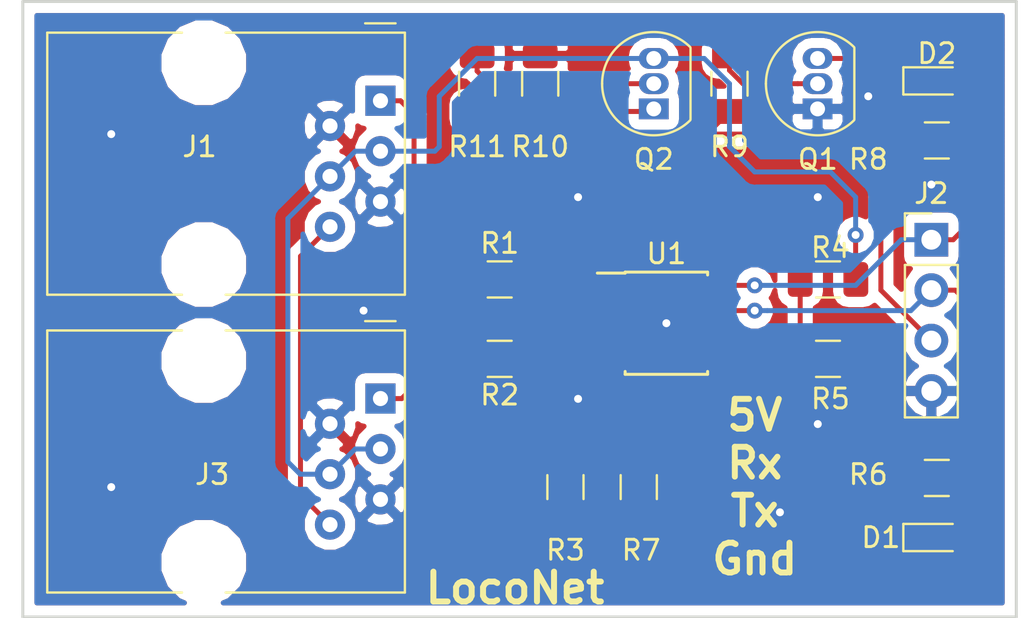
<source format=kicad_pcb>
(kicad_pcb (version 20171130) (host pcbnew "(5.0.2)-1")

  (general
    (thickness 1.6)
    (drawings 6)
    (tracks 124)
    (zones 0)
    (modules 19)
    (nets 18)
  )

  (page A4)
  (layers
    (0 F.Cu signal)
    (31 B.Cu signal)
    (32 B.Adhes user)
    (33 F.Adhes user)
    (34 B.Paste user)
    (35 F.Paste user)
    (36 B.SilkS user)
    (37 F.SilkS user)
    (38 B.Mask user)
    (39 F.Mask user)
    (40 Dwgs.User user)
    (41 Cmts.User user)
    (42 Eco1.User user)
    (43 Eco2.User user)
    (44 Edge.Cuts user)
    (45 Margin user)
    (46 B.CrtYd user)
    (47 F.CrtYd user)
    (48 B.Fab user)
    (49 F.Fab user)
  )

  (setup
    (last_trace_width 0.25)
    (trace_clearance 0.2)
    (zone_clearance 0.508)
    (zone_45_only no)
    (trace_min 0.2)
    (segment_width 0.2)
    (edge_width 0.15)
    (via_size 0.8)
    (via_drill 0.4)
    (via_min_size 0.4)
    (via_min_drill 0.3)
    (uvia_size 0.3)
    (uvia_drill 0.1)
    (uvias_allowed no)
    (uvia_min_size 0.2)
    (uvia_min_drill 0.1)
    (pcb_text_width 0.3)
    (pcb_text_size 1.5 1.5)
    (mod_edge_width 0.15)
    (mod_text_size 1 1)
    (mod_text_width 0.15)
    (pad_size 1.524 1.524)
    (pad_drill 0.762)
    (pad_to_mask_clearance 0.051)
    (solder_mask_min_width 0.25)
    (aux_axis_origin 0 0)
    (visible_elements 7FFFFFFF)
    (pcbplotparams
      (layerselection 0x010fc_ffffffff)
      (usegerberextensions false)
      (usegerberattributes false)
      (usegerberadvancedattributes false)
      (creategerberjobfile false)
      (excludeedgelayer true)
      (linewidth 0.100000)
      (plotframeref false)
      (viasonmask false)
      (mode 1)
      (useauxorigin false)
      (hpglpennumber 1)
      (hpglpenspeed 20)
      (hpglpendiameter 15.000000)
      (psnegative false)
      (psa4output false)
      (plotreference true)
      (plotvalue true)
      (plotinvisibletext false)
      (padsonsilk false)
      (subtractmaskfromsilk false)
      (outputformat 1)
      (mirror false)
      (drillshape 1)
      (scaleselection 1)
      (outputdirectory ""))
  )

  (net 0 "")
  (net 1 /RX)
  (net 2 "Net-(D1-Pad2)")
  (net 3 "Net-(D2-Pad2)")
  (net 4 "Net-(D2-Pad1)")
  (net 5 "Net-(J1-Pad6)")
  (net 6 GND)
  (net 7 /loconet)
  (net 8 "Net-(J1-Pad1)")
  (net 9 +5V)
  (net 10 /TX)
  (net 11 "Net-(Q1-Pad2)")
  (net 12 "Net-(Q2-Pad2)")
  (net 13 "Net-(Q2-Pad1)")
  (net 14 "Net-(R1-Pad2)")
  (net 15 "Net-(R4-Pad2)")
  (net 16 "Net-(U1-Pad5)")
  (net 17 "Net-(U1-Pad6)")

  (net_class Default "Esta es la clase de red por defecto."
    (clearance 0.2)
    (trace_width 0.25)
    (via_dia 0.8)
    (via_drill 0.4)
    (uvia_dia 0.3)
    (uvia_drill 0.1)
    (add_net +5V)
    (add_net /RX)
    (add_net /TX)
    (add_net /loconet)
    (add_net GND)
    (add_net "Net-(D1-Pad2)")
    (add_net "Net-(D2-Pad1)")
    (add_net "Net-(D2-Pad2)")
    (add_net "Net-(J1-Pad1)")
    (add_net "Net-(J1-Pad6)")
    (add_net "Net-(Q1-Pad2)")
    (add_net "Net-(Q2-Pad1)")
    (add_net "Net-(Q2-Pad2)")
    (add_net "Net-(R1-Pad2)")
    (add_net "Net-(R4-Pad2)")
    (add_net "Net-(U1-Pad5)")
    (add_net "Net-(U1-Pad6)")
  )

  (module Connector_PinHeader_2.54mm:PinHeader_1x04_P2.54mm_Vertical (layer F.Cu) (tedit 59FED5CC) (tstamp 5C6F9B74)
    (at 85.725 112)
    (descr "Through hole straight pin header, 1x04, 2.54mm pitch, single row")
    (tags "Through hole pin header THT 1x04 2.54mm single row")
    (path /5C636CE3)
    (fp_text reference J2 (at 0 -2.33) (layer F.SilkS)
      (effects (font (size 1 1) (thickness 0.15)))
    )
    (fp_text value Conn_01x04 (at 0 9.95) (layer F.Fab)
      (effects (font (size 1 1) (thickness 0.15)))
    )
    (fp_line (start -0.635 -1.27) (end 1.27 -1.27) (layer F.Fab) (width 0.1))
    (fp_line (start 1.27 -1.27) (end 1.27 8.89) (layer F.Fab) (width 0.1))
    (fp_line (start 1.27 8.89) (end -1.27 8.89) (layer F.Fab) (width 0.1))
    (fp_line (start -1.27 8.89) (end -1.27 -0.635) (layer F.Fab) (width 0.1))
    (fp_line (start -1.27 -0.635) (end -0.635 -1.27) (layer F.Fab) (width 0.1))
    (fp_line (start -1.33 8.95) (end 1.33 8.95) (layer F.SilkS) (width 0.12))
    (fp_line (start -1.33 1.27) (end -1.33 8.95) (layer F.SilkS) (width 0.12))
    (fp_line (start 1.33 1.27) (end 1.33 8.95) (layer F.SilkS) (width 0.12))
    (fp_line (start -1.33 1.27) (end 1.33 1.27) (layer F.SilkS) (width 0.12))
    (fp_line (start -1.33 0) (end -1.33 -1.33) (layer F.SilkS) (width 0.12))
    (fp_line (start -1.33 -1.33) (end 0 -1.33) (layer F.SilkS) (width 0.12))
    (fp_line (start -1.8 -1.8) (end -1.8 9.4) (layer F.CrtYd) (width 0.05))
    (fp_line (start -1.8 9.4) (end 1.8 9.4) (layer F.CrtYd) (width 0.05))
    (fp_line (start 1.8 9.4) (end 1.8 -1.8) (layer F.CrtYd) (width 0.05))
    (fp_line (start 1.8 -1.8) (end -1.8 -1.8) (layer F.CrtYd) (width 0.05))
    (fp_text user %R (at 0 3.81 90) (layer F.Fab)
      (effects (font (size 1 1) (thickness 0.15)))
    )
    (pad 1 thru_hole rect (at 0 0) (size 1.7 1.7) (drill 1) (layers *.Cu *.Mask)
      (net 9 +5V))
    (pad 2 thru_hole oval (at 0 2.54) (size 1.7 1.7) (drill 1) (layers *.Cu *.Mask)
      (net 1 /RX))
    (pad 3 thru_hole oval (at 0 5.08) (size 1.7 1.7) (drill 1) (layers *.Cu *.Mask)
      (net 10 /TX))
    (pad 4 thru_hole oval (at 0 7.62) (size 1.7 1.7) (drill 1) (layers *.Cu *.Mask)
      (net 6 GND))
    (model ${KISYS3DMOD}/Connector_PinHeader_2.54mm.3dshapes/PinHeader_1x04_P2.54mm_Vertical.wrl
      (at (xyz 0 0 0))
      (scale (xyz 1 1 1))
      (rotate (xyz 0 0 0))
    )
  )

  (module LED_SMD:LED_0603_1608Metric_Castellated (layer F.Cu) (tedit 5B301BBE) (tstamp 5C6F9C4D)
    (at 86 127)
    (descr "LED SMD 0603 (1608 Metric), castellated end terminal, IPC_7351 nominal, (Body size source: http://www.tortai-tech.com/upload/download/2011102023233369053.pdf), generated with kicad-footprint-generator")
    (tags "LED castellated")
    (path /5C639760)
    (attr smd)
    (fp_text reference D1 (at -2.815 0) (layer F.SilkS)
      (effects (font (size 1 1) (thickness 0.15)))
    )
    (fp_text value LED (at 0 1.38) (layer F.Fab)
      (effects (font (size 1 1) (thickness 0.15)))
    )
    (fp_line (start 0.8 -0.4) (end -0.5 -0.4) (layer F.Fab) (width 0.1))
    (fp_line (start -0.5 -0.4) (end -0.8 -0.1) (layer F.Fab) (width 0.1))
    (fp_line (start -0.8 -0.1) (end -0.8 0.4) (layer F.Fab) (width 0.1))
    (fp_line (start -0.8 0.4) (end 0.8 0.4) (layer F.Fab) (width 0.1))
    (fp_line (start 0.8 0.4) (end 0.8 -0.4) (layer F.Fab) (width 0.1))
    (fp_line (start 0.8 -0.685) (end -1.685 -0.685) (layer F.SilkS) (width 0.12))
    (fp_line (start -1.685 -0.685) (end -1.685 0.685) (layer F.SilkS) (width 0.12))
    (fp_line (start -1.685 0.685) (end 0.8 0.685) (layer F.SilkS) (width 0.12))
    (fp_line (start -1.68 0.68) (end -1.68 -0.68) (layer F.CrtYd) (width 0.05))
    (fp_line (start -1.68 -0.68) (end 1.68 -0.68) (layer F.CrtYd) (width 0.05))
    (fp_line (start 1.68 -0.68) (end 1.68 0.68) (layer F.CrtYd) (width 0.05))
    (fp_line (start 1.68 0.68) (end -1.68 0.68) (layer F.CrtYd) (width 0.05))
    (fp_text user %R (at 0 0) (layer F.Fab)
      (effects (font (size 0.4 0.4) (thickness 0.06)))
    )
    (pad 1 smd roundrect (at -0.8125 0) (size 1.225 0.85) (layers F.Cu F.Paste F.Mask) (roundrect_rratio 0.25)
      (net 1 /RX))
    (pad 2 smd roundrect (at 0.8125 0) (size 1.225 0.85) (layers F.Cu F.Paste F.Mask) (roundrect_rratio 0.25)
      (net 2 "Net-(D1-Pad2)"))
    (model ${KISYS3DMOD}/LED_SMD.3dshapes/LED_0603_1608Metric_Castellated.wrl
      (at (xyz 0 0 0))
      (scale (xyz 1 1 1))
      (rotate (xyz 0 0 0))
    )
  )

  (module LED_SMD:LED_0603_1608Metric_Castellated (layer F.Cu) (tedit 5B301BBE) (tstamp 5C6F9C17)
    (at 86 104)
    (descr "LED SMD 0603 (1608 Metric), castellated end terminal, IPC_7351 nominal, (Body size source: http://www.tortai-tech.com/upload/download/2011102023233369053.pdf), generated with kicad-footprint-generator")
    (tags "LED castellated")
    (path /5C640DD4)
    (attr smd)
    (fp_text reference D2 (at 0 -1.38) (layer F.SilkS)
      (effects (font (size 1 1) (thickness 0.15)))
    )
    (fp_text value LED (at 0 1.38) (layer F.Fab)
      (effects (font (size 1 1) (thickness 0.15)))
    )
    (fp_text user %R (at 0 0) (layer F.Fab)
      (effects (font (size 0.4 0.4) (thickness 0.06)))
    )
    (fp_line (start 1.68 0.68) (end -1.68 0.68) (layer F.CrtYd) (width 0.05))
    (fp_line (start 1.68 -0.68) (end 1.68 0.68) (layer F.CrtYd) (width 0.05))
    (fp_line (start -1.68 -0.68) (end 1.68 -0.68) (layer F.CrtYd) (width 0.05))
    (fp_line (start -1.68 0.68) (end -1.68 -0.68) (layer F.CrtYd) (width 0.05))
    (fp_line (start -1.685 0.685) (end 0.8 0.685) (layer F.SilkS) (width 0.12))
    (fp_line (start -1.685 -0.685) (end -1.685 0.685) (layer F.SilkS) (width 0.12))
    (fp_line (start 0.8 -0.685) (end -1.685 -0.685) (layer F.SilkS) (width 0.12))
    (fp_line (start 0.8 0.4) (end 0.8 -0.4) (layer F.Fab) (width 0.1))
    (fp_line (start -0.8 0.4) (end 0.8 0.4) (layer F.Fab) (width 0.1))
    (fp_line (start -0.8 -0.1) (end -0.8 0.4) (layer F.Fab) (width 0.1))
    (fp_line (start -0.5 -0.4) (end -0.8 -0.1) (layer F.Fab) (width 0.1))
    (fp_line (start 0.8 -0.4) (end -0.5 -0.4) (layer F.Fab) (width 0.1))
    (pad 2 smd roundrect (at 0.8125 0) (size 1.225 0.85) (layers F.Cu F.Paste F.Mask) (roundrect_rratio 0.25)
      (net 3 "Net-(D2-Pad2)"))
    (pad 1 smd roundrect (at -0.8125 0) (size 1.225 0.85) (layers F.Cu F.Paste F.Mask) (roundrect_rratio 0.25)
      (net 4 "Net-(D2-Pad1)"))
    (model ${KISYS3DMOD}/LED_SMD.3dshapes/LED_0603_1608Metric_Castellated.wrl
      (at (xyz 0 0 0))
      (scale (xyz 1 1 1))
      (rotate (xyz 0 0 0))
    )
  )

  (module Connector_RJ:RJ12_Amphenol_54601 (layer F.Cu) (tedit 5AE2E32D) (tstamp 5C6F9BC3)
    (at 58 105 270)
    (descr "RJ12 connector  https://cdn.amphenol-icc.com/media/wysiwyg/files/drawing/c-bmj-0082.pdf")
    (tags "RJ12 connector")
    (path /5C63001D)
    (fp_text reference J1 (at 2.315 9.105) (layer F.SilkS)
      (effects (font (size 1 1) (thickness 0.15)))
    )
    (fp_text value RJ12 (at 3.54 18.3 270) (layer F.Fab)
      (effects (font (size 1 1) (thickness 0.15)))
    )
    (fp_line (start -3.43 -0.48) (end -3.43 -1.23) (layer F.Fab) (width 0.1))
    (fp_line (start -2.93 0.02) (end -3.43 -0.48) (layer F.Fab) (width 0.1))
    (fp_line (start -3.43 0.52) (end -2.93 0.02) (layer F.Fab) (width 0.1))
    (fp_line (start -3.9 0.77) (end -3.9 -0.76) (layer F.SilkS) (width 0.12))
    (fp_line (start -3.43 7.79) (end -3.43 -1.23) (layer F.SilkS) (width 0.12))
    (fp_line (start -3.43 7.72) (end -3.43 7.79) (layer F.SilkS) (width 0.1))
    (fp_line (start -3.43 16.77) (end -3.43 9.99) (layer F.SilkS) (width 0.12))
    (fp_line (start 9.77 16.77) (end -3.43 16.77) (layer F.SilkS) (width 0.12))
    (fp_line (start 9.77 16.76) (end 9.77 16.77) (layer F.SilkS) (width 0.1))
    (fp_line (start 9.77 16.77) (end 9.77 9.99) (layer F.SilkS) (width 0.12))
    (fp_line (start 9.77 16.65) (end 9.77 16.77) (layer F.SilkS) (width 0.1))
    (fp_line (start 9.77 -1.23) (end 9.77 7.79) (layer F.SilkS) (width 0.12))
    (fp_line (start -3.43 -1.23) (end 9.77 -1.23) (layer F.SilkS) (width 0.12))
    (fp_line (start -4.04 17.27) (end -4.04 -1.73) (layer F.CrtYd) (width 0.05))
    (fp_line (start 10.38 17.27) (end -4.04 17.27) (layer F.CrtYd) (width 0.05))
    (fp_line (start 10.38 -1.73) (end 10.38 17.27) (layer F.CrtYd) (width 0.05))
    (fp_line (start -4.04 -1.73) (end 10.38 -1.73) (layer F.CrtYd) (width 0.05))
    (fp_line (start 9.77 16.77) (end -3.43 16.77) (layer F.Fab) (width 0.1))
    (fp_line (start 9.77 -1.23) (end 9.77 16.77) (layer F.Fab) (width 0.1))
    (fp_line (start -3.43 -1.23) (end 9.77 -1.23) (layer F.Fab) (width 0.1))
    (fp_line (start -3.43 16.77) (end -3.43 0.52) (layer F.Fab) (width 0.1))
    (fp_text user %R (at 3.16 7.76 270) (layer F.Fab)
      (effects (font (size 1 1) (thickness 0.15)))
    )
    (pad "" np_thru_hole circle (at 8.25 8.89 270) (size 3.25 3.25) (drill 3.25) (layers *.Cu *.Mask))
    (pad 6 thru_hole circle (at 6.35 2.54 270) (size 1.52 1.52) (drill 0.76) (layers *.Cu *.Mask)
      (net 5 "Net-(J1-Pad6)"))
    (pad 5 thru_hole circle (at 5.08 0 270) (size 1.52 1.52) (drill 0.76) (layers *.Cu *.Mask)
      (net 6 GND))
    (pad 4 thru_hole circle (at 3.81 2.54 270) (size 1.52 1.52) (drill 0.76) (layers *.Cu *.Mask)
      (net 7 /loconet))
    (pad 3 thru_hole circle (at 2.54 0 270) (size 1.52 1.52) (drill 0.76) (layers *.Cu *.Mask)
      (net 7 /loconet))
    (pad 2 thru_hole circle (at 1.27 2.54 270) (size 1.52 1.52) (drill 0.76) (layers *.Cu *.Mask)
      (net 6 GND))
    (pad "" np_thru_hole circle (at -1.91 8.89 270) (size 3.25 3.25) (drill 3.25) (layers *.Cu *.Mask))
    (pad 1 thru_hole rect (at 0 0 270) (size 1.52 1.52) (drill 0.76) (layers *.Cu *.Mask)
      (net 8 "Net-(J1-Pad1)"))
    (model ${KISYS3DMOD}/Connector_RJ.3dshapes/RJ12_Amphenol_54601.wrl
      (at (xyz 0 0 0))
      (scale (xyz 1 1 1))
      (rotate (xyz 0 0 0))
    )
  )

  (module Connector_RJ:RJ12_Amphenol_54601 (layer F.Cu) (tedit 5AE2E32D) (tstamp 5C6F9B1B)
    (at 58 120 270)
    (descr "RJ12 connector  https://cdn.amphenol-icc.com/media/wysiwyg/files/drawing/c-bmj-0082.pdf")
    (tags "RJ12 connector")
    (path /5C63008F)
    (fp_text reference J3 (at 3.825 8.47) (layer F.SilkS)
      (effects (font (size 1 1) (thickness 0.15)))
    )
    (fp_text value RJ12 (at 3.54 18.3 270) (layer F.Fab)
      (effects (font (size 1 1) (thickness 0.15)))
    )
    (fp_text user %R (at 3.16 7.76 270) (layer F.Fab)
      (effects (font (size 1 1) (thickness 0.15)))
    )
    (fp_line (start -3.43 16.77) (end -3.43 0.52) (layer F.Fab) (width 0.1))
    (fp_line (start -3.43 -1.23) (end 9.77 -1.23) (layer F.Fab) (width 0.1))
    (fp_line (start 9.77 -1.23) (end 9.77 16.77) (layer F.Fab) (width 0.1))
    (fp_line (start 9.77 16.77) (end -3.43 16.77) (layer F.Fab) (width 0.1))
    (fp_line (start -4.04 -1.73) (end 10.38 -1.73) (layer F.CrtYd) (width 0.05))
    (fp_line (start 10.38 -1.73) (end 10.38 17.27) (layer F.CrtYd) (width 0.05))
    (fp_line (start 10.38 17.27) (end -4.04 17.27) (layer F.CrtYd) (width 0.05))
    (fp_line (start -4.04 17.27) (end -4.04 -1.73) (layer F.CrtYd) (width 0.05))
    (fp_line (start -3.43 -1.23) (end 9.77 -1.23) (layer F.SilkS) (width 0.12))
    (fp_line (start 9.77 -1.23) (end 9.77 7.79) (layer F.SilkS) (width 0.12))
    (fp_line (start 9.77 16.65) (end 9.77 16.77) (layer F.SilkS) (width 0.1))
    (fp_line (start 9.77 16.77) (end 9.77 9.99) (layer F.SilkS) (width 0.12))
    (fp_line (start 9.77 16.76) (end 9.77 16.77) (layer F.SilkS) (width 0.1))
    (fp_line (start 9.77 16.77) (end -3.43 16.77) (layer F.SilkS) (width 0.12))
    (fp_line (start -3.43 16.77) (end -3.43 9.99) (layer F.SilkS) (width 0.12))
    (fp_line (start -3.43 7.72) (end -3.43 7.79) (layer F.SilkS) (width 0.1))
    (fp_line (start -3.43 7.79) (end -3.43 -1.23) (layer F.SilkS) (width 0.12))
    (fp_line (start -3.9 0.77) (end -3.9 -0.76) (layer F.SilkS) (width 0.12))
    (fp_line (start -3.43 0.52) (end -2.93 0.02) (layer F.Fab) (width 0.1))
    (fp_line (start -2.93 0.02) (end -3.43 -0.48) (layer F.Fab) (width 0.1))
    (fp_line (start -3.43 -0.48) (end -3.43 -1.23) (layer F.Fab) (width 0.1))
    (pad 1 thru_hole rect (at 0 0 270) (size 1.52 1.52) (drill 0.76) (layers *.Cu *.Mask)
      (net 8 "Net-(J1-Pad1)"))
    (pad "" np_thru_hole circle (at -1.91 8.89 270) (size 3.25 3.25) (drill 3.25) (layers *.Cu *.Mask))
    (pad 2 thru_hole circle (at 1.27 2.54 270) (size 1.52 1.52) (drill 0.76) (layers *.Cu *.Mask)
      (net 6 GND))
    (pad 3 thru_hole circle (at 2.54 0 270) (size 1.52 1.52) (drill 0.76) (layers *.Cu *.Mask)
      (net 7 /loconet))
    (pad 4 thru_hole circle (at 3.81 2.54 270) (size 1.52 1.52) (drill 0.76) (layers *.Cu *.Mask)
      (net 7 /loconet))
    (pad 5 thru_hole circle (at 5.08 0 270) (size 1.52 1.52) (drill 0.76) (layers *.Cu *.Mask)
      (net 6 GND))
    (pad 6 thru_hole circle (at 6.35 2.54 270) (size 1.52 1.52) (drill 0.76) (layers *.Cu *.Mask)
      (net 5 "Net-(J1-Pad6)"))
    (pad "" np_thru_hole circle (at 8.25 8.89 270) (size 3.25 3.25) (drill 3.25) (layers *.Cu *.Mask))
    (model ${KISYS3DMOD}/Connector_RJ.3dshapes/RJ12_Amphenol_54601.wrl
      (at (xyz 0 0 0))
      (scale (xyz 1 1 1))
      (rotate (xyz 0 0 0))
    )
  )

  (module Package_TO_SOT_THT:TO-92_Inline (layer F.Cu) (tedit 5A1DD157) (tstamp 5C6F9AD8)
    (at 80 105.41 90)
    (descr "TO-92 leads in-line, narrow, oval pads, drill 0.75mm (see NXP sot054_po.pdf)")
    (tags "to-92 sc-43 sc-43a sot54 PA33 transistor")
    (path /5C63F13C)
    (fp_text reference Q1 (at -2.54 0.01 180) (layer F.SilkS)
      (effects (font (size 1 1) (thickness 0.15)))
    )
    (fp_text value 2N3904 (at 1.27 2.79 90) (layer F.Fab)
      (effects (font (size 1 1) (thickness 0.15)))
    )
    (fp_arc (start 1.27 0) (end 1.27 -2.6) (angle 135) (layer F.SilkS) (width 0.12))
    (fp_arc (start 1.27 0) (end 1.27 -2.48) (angle -135) (layer F.Fab) (width 0.1))
    (fp_arc (start 1.27 0) (end 1.27 -2.6) (angle -135) (layer F.SilkS) (width 0.12))
    (fp_arc (start 1.27 0) (end 1.27 -2.48) (angle 135) (layer F.Fab) (width 0.1))
    (fp_line (start 4 2.01) (end -1.46 2.01) (layer F.CrtYd) (width 0.05))
    (fp_line (start 4 2.01) (end 4 -2.73) (layer F.CrtYd) (width 0.05))
    (fp_line (start -1.46 -2.73) (end -1.46 2.01) (layer F.CrtYd) (width 0.05))
    (fp_line (start -1.46 -2.73) (end 4 -2.73) (layer F.CrtYd) (width 0.05))
    (fp_line (start -0.5 1.75) (end 3 1.75) (layer F.Fab) (width 0.1))
    (fp_line (start -0.53 1.85) (end 3.07 1.85) (layer F.SilkS) (width 0.12))
    (fp_text user %R (at 1.27 -3.56 90) (layer F.Fab)
      (effects (font (size 1 1) (thickness 0.15)))
    )
    (pad 1 thru_hole rect (at 0 0 90) (size 1.05 1.5) (drill 0.75) (layers *.Cu *.Mask)
      (net 6 GND))
    (pad 3 thru_hole oval (at 2.54 0 90) (size 1.05 1.5) (drill 0.75) (layers *.Cu *.Mask)
      (net 4 "Net-(D2-Pad1)"))
    (pad 2 thru_hole oval (at 1.27 0 90) (size 1.05 1.5) (drill 0.75) (layers *.Cu *.Mask)
      (net 11 "Net-(Q1-Pad2)"))
    (model ${KISYS3DMOD}/Package_TO_SOT_THT.3dshapes/TO-92_Inline.wrl
      (at (xyz 0 0 0))
      (scale (xyz 1 1 1))
      (rotate (xyz 0 0 0))
    )
  )

  (module Package_TO_SOT_THT:TO-92_Inline (layer F.Cu) (tedit 5A1DD157) (tstamp 5C6F9AA5)
    (at 71.755 105.41 90)
    (descr "TO-92 leads in-line, narrow, oval pads, drill 0.75mm (see NXP sot054_po.pdf)")
    (tags "to-92 sc-43 sc-43a sot54 PA33 transistor")
    (path /5C634C5B)
    (fp_text reference Q2 (at -2.54 0 180) (layer F.SilkS)
      (effects (font (size 1 1) (thickness 0.15)))
    )
    (fp_text value 2N3904 (at 1.27 2.79 90) (layer F.Fab)
      (effects (font (size 1 1) (thickness 0.15)))
    )
    (fp_text user %R (at 1.27 -3.56 90) (layer F.Fab)
      (effects (font (size 1 1) (thickness 0.15)))
    )
    (fp_line (start -0.53 1.85) (end 3.07 1.85) (layer F.SilkS) (width 0.12))
    (fp_line (start -0.5 1.75) (end 3 1.75) (layer F.Fab) (width 0.1))
    (fp_line (start -1.46 -2.73) (end 4 -2.73) (layer F.CrtYd) (width 0.05))
    (fp_line (start -1.46 -2.73) (end -1.46 2.01) (layer F.CrtYd) (width 0.05))
    (fp_line (start 4 2.01) (end 4 -2.73) (layer F.CrtYd) (width 0.05))
    (fp_line (start 4 2.01) (end -1.46 2.01) (layer F.CrtYd) (width 0.05))
    (fp_arc (start 1.27 0) (end 1.27 -2.48) (angle 135) (layer F.Fab) (width 0.1))
    (fp_arc (start 1.27 0) (end 1.27 -2.6) (angle -135) (layer F.SilkS) (width 0.12))
    (fp_arc (start 1.27 0) (end 1.27 -2.48) (angle -135) (layer F.Fab) (width 0.1))
    (fp_arc (start 1.27 0) (end 1.27 -2.6) (angle 135) (layer F.SilkS) (width 0.12))
    (pad 2 thru_hole oval (at 1.27 0 90) (size 1.05 1.5) (drill 0.75) (layers *.Cu *.Mask)
      (net 12 "Net-(Q2-Pad2)"))
    (pad 3 thru_hole oval (at 2.54 0 90) (size 1.05 1.5) (drill 0.75) (layers *.Cu *.Mask)
      (net 7 /loconet))
    (pad 1 thru_hole rect (at 0 0 90) (size 1.05 1.5) (drill 0.75) (layers *.Cu *.Mask)
      (net 13 "Net-(Q2-Pad1)"))
    (model ${KISYS3DMOD}/Package_TO_SOT_THT.3dshapes/TO-92_Inline.wrl
      (at (xyz 0 0 0))
      (scale (xyz 1 1 1))
      (rotate (xyz 0 0 0))
    )
  )

  (module Resistor_SMD:R_1206_3216Metric (layer F.Cu) (tedit 5B301BBD) (tstamp 5C6F9A74)
    (at 64 114)
    (descr "Resistor SMD 1206 (3216 Metric), square (rectangular) end terminal, IPC_7351 nominal, (Body size source: http://www.tortai-tech.com/upload/download/2011102023233369053.pdf), generated with kicad-footprint-generator")
    (tags resistor)
    (path /5C633253)
    (attr smd)
    (fp_text reference R1 (at 0 -1.82) (layer F.SilkS)
      (effects (font (size 1 1) (thickness 0.15)))
    )
    (fp_text value 10K (at 0 1.82) (layer F.Fab)
      (effects (font (size 1 1) (thickness 0.15)))
    )
    (fp_text user %R (at 0 0) (layer F.Fab)
      (effects (font (size 0.8 0.8) (thickness 0.12)))
    )
    (fp_line (start 2.28 1.12) (end -2.28 1.12) (layer F.CrtYd) (width 0.05))
    (fp_line (start 2.28 -1.12) (end 2.28 1.12) (layer F.CrtYd) (width 0.05))
    (fp_line (start -2.28 -1.12) (end 2.28 -1.12) (layer F.CrtYd) (width 0.05))
    (fp_line (start -2.28 1.12) (end -2.28 -1.12) (layer F.CrtYd) (width 0.05))
    (fp_line (start -0.602064 0.91) (end 0.602064 0.91) (layer F.SilkS) (width 0.12))
    (fp_line (start -0.602064 -0.91) (end 0.602064 -0.91) (layer F.SilkS) (width 0.12))
    (fp_line (start 1.6 0.8) (end -1.6 0.8) (layer F.Fab) (width 0.1))
    (fp_line (start 1.6 -0.8) (end 1.6 0.8) (layer F.Fab) (width 0.1))
    (fp_line (start -1.6 -0.8) (end 1.6 -0.8) (layer F.Fab) (width 0.1))
    (fp_line (start -1.6 0.8) (end -1.6 -0.8) (layer F.Fab) (width 0.1))
    (pad 2 smd roundrect (at 1.4 0) (size 1.25 1.75) (layers F.Cu F.Paste F.Mask) (roundrect_rratio 0.2)
      (net 14 "Net-(R1-Pad2)"))
    (pad 1 smd roundrect (at -1.4 0) (size 1.25 1.75) (layers F.Cu F.Paste F.Mask) (roundrect_rratio 0.2)
      (net 9 +5V))
    (model ${KISYS3DMOD}/Resistor_SMD.3dshapes/R_1206_3216Metric.wrl
      (at (xyz 0 0 0))
      (scale (xyz 1 1 1))
      (rotate (xyz 0 0 0))
    )
  )

  (module Resistor_SMD:R_1206_3216Metric (layer F.Cu) (tedit 5B301BBD) (tstamp 5C6F9A44)
    (at 64 118 180)
    (descr "Resistor SMD 1206 (3216 Metric), square (rectangular) end terminal, IPC_7351 nominal, (Body size source: http://www.tortai-tech.com/upload/download/2011102023233369053.pdf), generated with kicad-footprint-generator")
    (tags resistor)
    (path /5C633275)
    (attr smd)
    (fp_text reference R2 (at 0 -1.82 180) (layer F.SilkS)
      (effects (font (size 1 1) (thickness 0.15)))
    )
    (fp_text value 22K (at 0 1.82 180) (layer F.Fab)
      (effects (font (size 1 1) (thickness 0.15)))
    )
    (fp_line (start -1.6 0.8) (end -1.6 -0.8) (layer F.Fab) (width 0.1))
    (fp_line (start -1.6 -0.8) (end 1.6 -0.8) (layer F.Fab) (width 0.1))
    (fp_line (start 1.6 -0.8) (end 1.6 0.8) (layer F.Fab) (width 0.1))
    (fp_line (start 1.6 0.8) (end -1.6 0.8) (layer F.Fab) (width 0.1))
    (fp_line (start -0.602064 -0.91) (end 0.602064 -0.91) (layer F.SilkS) (width 0.12))
    (fp_line (start -0.602064 0.91) (end 0.602064 0.91) (layer F.SilkS) (width 0.12))
    (fp_line (start -2.28 1.12) (end -2.28 -1.12) (layer F.CrtYd) (width 0.05))
    (fp_line (start -2.28 -1.12) (end 2.28 -1.12) (layer F.CrtYd) (width 0.05))
    (fp_line (start 2.28 -1.12) (end 2.28 1.12) (layer F.CrtYd) (width 0.05))
    (fp_line (start 2.28 1.12) (end -2.28 1.12) (layer F.CrtYd) (width 0.05))
    (fp_text user %R (at 0 0 180) (layer F.Fab)
      (effects (font (size 0.8 0.8) (thickness 0.12)))
    )
    (pad 1 smd roundrect (at -1.4 0 180) (size 1.25 1.75) (layers F.Cu F.Paste F.Mask) (roundrect_rratio 0.2)
      (net 14 "Net-(R1-Pad2)"))
    (pad 2 smd roundrect (at 1.4 0 180) (size 1.25 1.75) (layers F.Cu F.Paste F.Mask) (roundrect_rratio 0.2)
      (net 6 GND))
    (model ${KISYS3DMOD}/Resistor_SMD.3dshapes/R_1206_3216Metric.wrl
      (at (xyz 0 0 0))
      (scale (xyz 1 1 1))
      (rotate (xyz 0 0 0))
    )
  )

  (module Resistor_SMD:R_1206_3216Metric (layer F.Cu) (tedit 5B301BBD) (tstamp 5C6F9A14)
    (at 67.31 124.46 90)
    (descr "Resistor SMD 1206 (3216 Metric), square (rectangular) end terminal, IPC_7351 nominal, (Body size source: http://www.tortai-tech.com/upload/download/2011102023233369053.pdf), generated with kicad-footprint-generator")
    (tags resistor)
    (path /5C63963C)
    (attr smd)
    (fp_text reference R3 (at -3.175 0 180) (layer F.SilkS)
      (effects (font (size 1 1) (thickness 0.15)))
    )
    (fp_text value 1K (at 0 1.82 90) (layer F.Fab)
      (effects (font (size 1 1) (thickness 0.15)))
    )
    (fp_text user %R (at 0 0 90) (layer F.Fab)
      (effects (font (size 0.8 0.8) (thickness 0.12)))
    )
    (fp_line (start 2.28 1.12) (end -2.28 1.12) (layer F.CrtYd) (width 0.05))
    (fp_line (start 2.28 -1.12) (end 2.28 1.12) (layer F.CrtYd) (width 0.05))
    (fp_line (start -2.28 -1.12) (end 2.28 -1.12) (layer F.CrtYd) (width 0.05))
    (fp_line (start -2.28 1.12) (end -2.28 -1.12) (layer F.CrtYd) (width 0.05))
    (fp_line (start -0.602064 0.91) (end 0.602064 0.91) (layer F.SilkS) (width 0.12))
    (fp_line (start -0.602064 -0.91) (end 0.602064 -0.91) (layer F.SilkS) (width 0.12))
    (fp_line (start 1.6 0.8) (end -1.6 0.8) (layer F.Fab) (width 0.1))
    (fp_line (start 1.6 -0.8) (end 1.6 0.8) (layer F.Fab) (width 0.1))
    (fp_line (start -1.6 -0.8) (end 1.6 -0.8) (layer F.Fab) (width 0.1))
    (fp_line (start -1.6 0.8) (end -1.6 -0.8) (layer F.Fab) (width 0.1))
    (pad 2 smd roundrect (at 1.4 0 90) (size 1.25 1.75) (layers F.Cu F.Paste F.Mask) (roundrect_rratio 0.2)
      (net 9 +5V))
    (pad 1 smd roundrect (at -1.4 0 90) (size 1.25 1.75) (layers F.Cu F.Paste F.Mask) (roundrect_rratio 0.2)
      (net 1 /RX))
    (model ${KISYS3DMOD}/Resistor_SMD.3dshapes/R_1206_3216Metric.wrl
      (at (xyz 0 0 0))
      (scale (xyz 1 1 1))
      (rotate (xyz 0 0 0))
    )
  )

  (module Resistor_SMD:R_1206_3216Metric (layer F.Cu) (tedit 5B301BBD) (tstamp 5C6F99E4)
    (at 80.525 114 180)
    (descr "Resistor SMD 1206 (3216 Metric), square (rectangular) end terminal, IPC_7351 nominal, (Body size source: http://www.tortai-tech.com/upload/download/2011102023233369053.pdf), generated with kicad-footprint-generator")
    (tags resistor)
    (path /5C631E76)
    (attr smd)
    (fp_text reference R4 (at -0.12 1.605 180) (layer F.SilkS)
      (effects (font (size 1 1) (thickness 0.15)))
    )
    (fp_text value 47K (at 0 1.82 180) (layer F.Fab)
      (effects (font (size 1 1) (thickness 0.15)))
    )
    (fp_line (start -1.6 0.8) (end -1.6 -0.8) (layer F.Fab) (width 0.1))
    (fp_line (start -1.6 -0.8) (end 1.6 -0.8) (layer F.Fab) (width 0.1))
    (fp_line (start 1.6 -0.8) (end 1.6 0.8) (layer F.Fab) (width 0.1))
    (fp_line (start 1.6 0.8) (end -1.6 0.8) (layer F.Fab) (width 0.1))
    (fp_line (start -0.602064 -0.91) (end 0.602064 -0.91) (layer F.SilkS) (width 0.12))
    (fp_line (start -0.602064 0.91) (end 0.602064 0.91) (layer F.SilkS) (width 0.12))
    (fp_line (start -2.28 1.12) (end -2.28 -1.12) (layer F.CrtYd) (width 0.05))
    (fp_line (start -2.28 -1.12) (end 2.28 -1.12) (layer F.CrtYd) (width 0.05))
    (fp_line (start 2.28 -1.12) (end 2.28 1.12) (layer F.CrtYd) (width 0.05))
    (fp_line (start 2.28 1.12) (end -2.28 1.12) (layer F.CrtYd) (width 0.05))
    (fp_text user %R (at 0 0 180) (layer F.Fab)
      (effects (font (size 0.8 0.8) (thickness 0.12)))
    )
    (pad 1 smd roundrect (at -1.4 0 180) (size 1.25 1.75) (layers F.Cu F.Paste F.Mask) (roundrect_rratio 0.2)
      (net 7 /loconet))
    (pad 2 smd roundrect (at 1.4 0 180) (size 1.25 1.75) (layers F.Cu F.Paste F.Mask) (roundrect_rratio 0.2)
      (net 15 "Net-(R4-Pad2)"))
    (model ${KISYS3DMOD}/Resistor_SMD.3dshapes/R_1206_3216Metric.wrl
      (at (xyz 0 0 0))
      (scale (xyz 1 1 1))
      (rotate (xyz 0 0 0))
    )
  )

  (module Resistor_SMD:R_1206_3216Metric (layer F.Cu) (tedit 5C6415BD) (tstamp 5C6F99B4)
    (at 80.525 118)
    (descr "Resistor SMD 1206 (3216 Metric), square (rectangular) end terminal, IPC_7351 nominal, (Body size source: http://www.tortai-tech.com/upload/download/2011102023233369053.pdf), generated with kicad-footprint-generator")
    (tags resistor)
    (path /5C631EA9)
    (attr smd)
    (fp_text reference R5 (at 0.12 2.015) (layer F.SilkS)
      (effects (font (size 1 1) (thickness 0.15)))
    )
    (fp_text value 150K (at 0 1.82) (layer F.Fab)
      (effects (font (size 1 1) (thickness 0.15)))
    )
    (fp_text user %R (at 0 0) (layer F.Fab)
      (effects (font (size 0.8 0.8) (thickness 0.12)))
    )
    (fp_line (start 2.28 1.12) (end -2.28 1.12) (layer F.CrtYd) (width 0.05))
    (fp_line (start 2.28 -1.12) (end 2.28 1.12) (layer F.CrtYd) (width 0.05))
    (fp_line (start -2.28 -1.12) (end 2.28 -1.12) (layer F.CrtYd) (width 0.05))
    (fp_line (start -2.28 1.12) (end -2.28 -1.12) (layer F.CrtYd) (width 0.05))
    (fp_line (start -0.602064 0.91) (end 0.602064 0.91) (layer F.SilkS) (width 0.12))
    (fp_line (start -0.602064 -0.91) (end 0.602064 -0.91) (layer F.SilkS) (width 0.12))
    (fp_line (start 1.6 0.8) (end -1.6 0.8) (layer F.Fab) (width 0.1))
    (fp_line (start 1.6 -0.8) (end 1.6 0.8) (layer F.Fab) (width 0.1))
    (fp_line (start -1.6 -0.8) (end 1.6 -0.8) (layer F.Fab) (width 0.1))
    (fp_line (start -1.6 0.8) (end -1.6 -0.8) (layer F.Fab) (width 0.1))
    (pad 2 smd roundrect (at 1.4 0) (size 1.25 1.75) (layers F.Cu F.Paste F.Mask) (roundrect_rratio 0.2)
      (net 6 GND))
    (pad 1 smd roundrect (at -1.4 0) (size 1.25 1.75) (layers F.Cu F.Paste F.Mask) (roundrect_rratio 0.2)
      (net 15 "Net-(R4-Pad2)"))
    (model ${KISYS3DMOD}/Resistor_SMD.3dshapes/R_1206_3216Metric.wrl
      (at (xyz 0 0 0))
      (scale (xyz 1 1 1))
      (rotate (xyz 0 0 0))
    )
  )

  (module Resistor_SMD:R_1206_3216Metric (layer F.Cu) (tedit 5B301BBD) (tstamp 5C6F9984)
    (at 86 124 180)
    (descr "Resistor SMD 1206 (3216 Metric), square (rectangular) end terminal, IPC_7351 nominal, (Body size source: http://www.tortai-tech.com/upload/download/2011102023233369053.pdf), generated with kicad-footprint-generator")
    (tags resistor)
    (path /5C63966E)
    (attr smd)
    (fp_text reference R6 (at 3.45 0.175 180) (layer F.SilkS)
      (effects (font (size 1 1) (thickness 0.15)))
    )
    (fp_text value 470 (at 0 1.82 180) (layer F.Fab)
      (effects (font (size 1 1) (thickness 0.15)))
    )
    (fp_line (start -1.6 0.8) (end -1.6 -0.8) (layer F.Fab) (width 0.1))
    (fp_line (start -1.6 -0.8) (end 1.6 -0.8) (layer F.Fab) (width 0.1))
    (fp_line (start 1.6 -0.8) (end 1.6 0.8) (layer F.Fab) (width 0.1))
    (fp_line (start 1.6 0.8) (end -1.6 0.8) (layer F.Fab) (width 0.1))
    (fp_line (start -0.602064 -0.91) (end 0.602064 -0.91) (layer F.SilkS) (width 0.12))
    (fp_line (start -0.602064 0.91) (end 0.602064 0.91) (layer F.SilkS) (width 0.12))
    (fp_line (start -2.28 1.12) (end -2.28 -1.12) (layer F.CrtYd) (width 0.05))
    (fp_line (start -2.28 -1.12) (end 2.28 -1.12) (layer F.CrtYd) (width 0.05))
    (fp_line (start 2.28 -1.12) (end 2.28 1.12) (layer F.CrtYd) (width 0.05))
    (fp_line (start 2.28 1.12) (end -2.28 1.12) (layer F.CrtYd) (width 0.05))
    (fp_text user %R (at 0 0 180) (layer F.Fab)
      (effects (font (size 0.8 0.8) (thickness 0.12)))
    )
    (pad 1 smd roundrect (at -1.4 0 180) (size 1.25 1.75) (layers F.Cu F.Paste F.Mask) (roundrect_rratio 0.2)
      (net 2 "Net-(D1-Pad2)"))
    (pad 2 smd roundrect (at 1.4 0 180) (size 1.25 1.75) (layers F.Cu F.Paste F.Mask) (roundrect_rratio 0.2)
      (net 9 +5V))
    (model ${KISYS3DMOD}/Resistor_SMD.3dshapes/R_1206_3216Metric.wrl
      (at (xyz 0 0 0))
      (scale (xyz 1 1 1))
      (rotate (xyz 0 0 0))
    )
  )

  (module Resistor_SMD:R_1206_3216Metric (layer F.Cu) (tedit 5B301BBD) (tstamp 5C6F9954)
    (at 71 124.46 90)
    (descr "Resistor SMD 1206 (3216 Metric), square (rectangular) end terminal, IPC_7351 nominal, (Body size source: http://www.tortai-tech.com/upload/download/2011102023233369053.pdf), generated with kicad-footprint-generator")
    (tags resistor)
    (path /5C631EC3)
    (attr smd)
    (fp_text reference R7 (at -3.175 0.12 180) (layer F.SilkS)
      (effects (font (size 1 1) (thickness 0.15)))
    )
    (fp_text value 220K (at 0 1.82 90) (layer F.Fab)
      (effects (font (size 1 1) (thickness 0.15)))
    )
    (fp_line (start -1.6 0.8) (end -1.6 -0.8) (layer F.Fab) (width 0.1))
    (fp_line (start -1.6 -0.8) (end 1.6 -0.8) (layer F.Fab) (width 0.1))
    (fp_line (start 1.6 -0.8) (end 1.6 0.8) (layer F.Fab) (width 0.1))
    (fp_line (start 1.6 0.8) (end -1.6 0.8) (layer F.Fab) (width 0.1))
    (fp_line (start -0.602064 -0.91) (end 0.602064 -0.91) (layer F.SilkS) (width 0.12))
    (fp_line (start -0.602064 0.91) (end 0.602064 0.91) (layer F.SilkS) (width 0.12))
    (fp_line (start -2.28 1.12) (end -2.28 -1.12) (layer F.CrtYd) (width 0.05))
    (fp_line (start -2.28 -1.12) (end 2.28 -1.12) (layer F.CrtYd) (width 0.05))
    (fp_line (start 2.28 -1.12) (end 2.28 1.12) (layer F.CrtYd) (width 0.05))
    (fp_line (start 2.28 1.12) (end -2.28 1.12) (layer F.CrtYd) (width 0.05))
    (fp_text user %R (at 0 0 90) (layer F.Fab)
      (effects (font (size 0.8 0.8) (thickness 0.12)))
    )
    (pad 1 smd roundrect (at -1.4 0 90) (size 1.25 1.75) (layers F.Cu F.Paste F.Mask) (roundrect_rratio 0.2)
      (net 1 /RX))
    (pad 2 smd roundrect (at 1.4 0 90) (size 1.25 1.75) (layers F.Cu F.Paste F.Mask) (roundrect_rratio 0.2)
      (net 15 "Net-(R4-Pad2)"))
    (model ${KISYS3DMOD}/Resistor_SMD.3dshapes/R_1206_3216Metric.wrl
      (at (xyz 0 0 0))
      (scale (xyz 1 1 1))
      (rotate (xyz 0 0 0))
    )
  )

  (module Resistor_SMD:R_1206_3216Metric (layer F.Cu) (tedit 5B301BBD) (tstamp 5C6F9924)
    (at 86 107)
    (descr "Resistor SMD 1206 (3216 Metric), square (rectangular) end terminal, IPC_7351 nominal, (Body size source: http://www.tortai-tech.com/upload/download/2011102023233369053.pdf), generated with kicad-footprint-generator")
    (tags resistor)
    (path /5C640DCE)
    (attr smd)
    (fp_text reference R8 (at -3.45 0.95) (layer F.SilkS)
      (effects (font (size 1 1) (thickness 0.15)))
    )
    (fp_text value 470 (at 0 1.82) (layer F.Fab)
      (effects (font (size 1 1) (thickness 0.15)))
    )
    (fp_line (start -1.6 0.8) (end -1.6 -0.8) (layer F.Fab) (width 0.1))
    (fp_line (start -1.6 -0.8) (end 1.6 -0.8) (layer F.Fab) (width 0.1))
    (fp_line (start 1.6 -0.8) (end 1.6 0.8) (layer F.Fab) (width 0.1))
    (fp_line (start 1.6 0.8) (end -1.6 0.8) (layer F.Fab) (width 0.1))
    (fp_line (start -0.602064 -0.91) (end 0.602064 -0.91) (layer F.SilkS) (width 0.12))
    (fp_line (start -0.602064 0.91) (end 0.602064 0.91) (layer F.SilkS) (width 0.12))
    (fp_line (start -2.28 1.12) (end -2.28 -1.12) (layer F.CrtYd) (width 0.05))
    (fp_line (start -2.28 -1.12) (end 2.28 -1.12) (layer F.CrtYd) (width 0.05))
    (fp_line (start 2.28 -1.12) (end 2.28 1.12) (layer F.CrtYd) (width 0.05))
    (fp_line (start 2.28 1.12) (end -2.28 1.12) (layer F.CrtYd) (width 0.05))
    (fp_text user %R (at 0 0) (layer F.Fab)
      (effects (font (size 0.8 0.8) (thickness 0.12)))
    )
    (pad 1 smd roundrect (at -1.4 0) (size 1.25 1.75) (layers F.Cu F.Paste F.Mask) (roundrect_rratio 0.2)
      (net 3 "Net-(D2-Pad2)"))
    (pad 2 smd roundrect (at 1.4 0) (size 1.25 1.75) (layers F.Cu F.Paste F.Mask) (roundrect_rratio 0.2)
      (net 9 +5V))
    (model ${KISYS3DMOD}/Resistor_SMD.3dshapes/R_1206_3216Metric.wrl
      (at (xyz 0 0 0))
      (scale (xyz 1 1 1))
      (rotate (xyz 0 0 0))
    )
  )

  (module Resistor_SMD:R_1206_3216Metric (layer F.Cu) (tedit 5B301BBD) (tstamp 5C6F98F4)
    (at 75.565 104.14 90)
    (descr "Resistor SMD 1206 (3216 Metric), square (rectangular) end terminal, IPC_7351 nominal, (Body size source: http://www.tortai-tech.com/upload/download/2011102023233369053.pdf), generated with kicad-footprint-generator")
    (tags resistor)
    (path /5C63F12E)
    (attr smd)
    (fp_text reference R9 (at -3.175 0 180) (layer F.SilkS)
      (effects (font (size 1 1) (thickness 0.15)))
    )
    (fp_text value 4.7K (at 0 1.82 90) (layer F.Fab)
      (effects (font (size 1 1) (thickness 0.15)))
    )
    (fp_text user %R (at 0 0 90) (layer F.Fab)
      (effects (font (size 0.8 0.8) (thickness 0.12)))
    )
    (fp_line (start 2.28 1.12) (end -2.28 1.12) (layer F.CrtYd) (width 0.05))
    (fp_line (start 2.28 -1.12) (end 2.28 1.12) (layer F.CrtYd) (width 0.05))
    (fp_line (start -2.28 -1.12) (end 2.28 -1.12) (layer F.CrtYd) (width 0.05))
    (fp_line (start -2.28 1.12) (end -2.28 -1.12) (layer F.CrtYd) (width 0.05))
    (fp_line (start -0.602064 0.91) (end 0.602064 0.91) (layer F.SilkS) (width 0.12))
    (fp_line (start -0.602064 -0.91) (end 0.602064 -0.91) (layer F.SilkS) (width 0.12))
    (fp_line (start 1.6 0.8) (end -1.6 0.8) (layer F.Fab) (width 0.1))
    (fp_line (start 1.6 -0.8) (end 1.6 0.8) (layer F.Fab) (width 0.1))
    (fp_line (start -1.6 -0.8) (end 1.6 -0.8) (layer F.Fab) (width 0.1))
    (fp_line (start -1.6 0.8) (end -1.6 -0.8) (layer F.Fab) (width 0.1))
    (pad 2 smd roundrect (at 1.4 0 90) (size 1.25 1.75) (layers F.Cu F.Paste F.Mask) (roundrect_rratio 0.2)
      (net 11 "Net-(Q1-Pad2)"))
    (pad 1 smd roundrect (at -1.4 0 90) (size 1.25 1.75) (layers F.Cu F.Paste F.Mask) (roundrect_rratio 0.2)
      (net 10 /TX))
    (model ${KISYS3DMOD}/Resistor_SMD.3dshapes/R_1206_3216Metric.wrl
      (at (xyz 0 0 0))
      (scale (xyz 1 1 1))
      (rotate (xyz 0 0 0))
    )
  )

  (module Resistor_SMD:R_1206_3216Metric (layer F.Cu) (tedit 5B301BBD) (tstamp 5C6F98C4)
    (at 66.04 104.14 270)
    (descr "Resistor SMD 1206 (3216 Metric), square (rectangular) end terminal, IPC_7351 nominal, (Body size source: http://www.tortai-tech.com/upload/download/2011102023233369053.pdf), generated with kicad-footprint-generator")
    (tags resistor)
    (path /5C634B04)
    (attr smd)
    (fp_text reference R10 (at 3.175 0) (layer F.SilkS)
      (effects (font (size 1 1) (thickness 0.15)))
    )
    (fp_text value 47 (at 0 1.82 270) (layer F.Fab)
      (effects (font (size 1 1) (thickness 0.15)))
    )
    (fp_line (start -1.6 0.8) (end -1.6 -0.8) (layer F.Fab) (width 0.1))
    (fp_line (start -1.6 -0.8) (end 1.6 -0.8) (layer F.Fab) (width 0.1))
    (fp_line (start 1.6 -0.8) (end 1.6 0.8) (layer F.Fab) (width 0.1))
    (fp_line (start 1.6 0.8) (end -1.6 0.8) (layer F.Fab) (width 0.1))
    (fp_line (start -0.602064 -0.91) (end 0.602064 -0.91) (layer F.SilkS) (width 0.12))
    (fp_line (start -0.602064 0.91) (end 0.602064 0.91) (layer F.SilkS) (width 0.12))
    (fp_line (start -2.28 1.12) (end -2.28 -1.12) (layer F.CrtYd) (width 0.05))
    (fp_line (start -2.28 -1.12) (end 2.28 -1.12) (layer F.CrtYd) (width 0.05))
    (fp_line (start 2.28 -1.12) (end 2.28 1.12) (layer F.CrtYd) (width 0.05))
    (fp_line (start 2.28 1.12) (end -2.28 1.12) (layer F.CrtYd) (width 0.05))
    (fp_text user %R (at 0 0 270) (layer F.Fab)
      (effects (font (size 0.8 0.8) (thickness 0.12)))
    )
    (pad 1 smd roundrect (at -1.4 0 270) (size 1.25 1.75) (layers F.Cu F.Paste F.Mask) (roundrect_rratio 0.2)
      (net 6 GND))
    (pad 2 smd roundrect (at 1.4 0 270) (size 1.25 1.75) (layers F.Cu F.Paste F.Mask) (roundrect_rratio 0.2)
      (net 13 "Net-(Q2-Pad1)"))
    (model ${KISYS3DMOD}/Resistor_SMD.3dshapes/R_1206_3216Metric.wrl
      (at (xyz 0 0 0))
      (scale (xyz 1 1 1))
      (rotate (xyz 0 0 0))
    )
  )

  (module Resistor_SMD:R_1206_3216Metric (layer F.Cu) (tedit 5B301BBD) (tstamp 5C6F9C81)
    (at 62.865 104.14 90)
    (descr "Resistor SMD 1206 (3216 Metric), square (rectangular) end terminal, IPC_7351 nominal, (Body size source: http://www.tortai-tech.com/upload/download/2011102023233369053.pdf), generated with kicad-footprint-generator")
    (tags resistor)
    (path /5C634ACD)
    (attr smd)
    (fp_text reference R11 (at -3.175 0 180) (layer F.SilkS)
      (effects (font (size 1 1) (thickness 0.15)))
    )
    (fp_text value 4.7K (at 0 1.82 90) (layer F.Fab)
      (effects (font (size 1 1) (thickness 0.15)))
    )
    (fp_text user %R (at 0 0 90) (layer F.Fab)
      (effects (font (size 0.8 0.8) (thickness 0.12)))
    )
    (fp_line (start 2.28 1.12) (end -2.28 1.12) (layer F.CrtYd) (width 0.05))
    (fp_line (start 2.28 -1.12) (end 2.28 1.12) (layer F.CrtYd) (width 0.05))
    (fp_line (start -2.28 -1.12) (end 2.28 -1.12) (layer F.CrtYd) (width 0.05))
    (fp_line (start -2.28 1.12) (end -2.28 -1.12) (layer F.CrtYd) (width 0.05))
    (fp_line (start -0.602064 0.91) (end 0.602064 0.91) (layer F.SilkS) (width 0.12))
    (fp_line (start -0.602064 -0.91) (end 0.602064 -0.91) (layer F.SilkS) (width 0.12))
    (fp_line (start 1.6 0.8) (end -1.6 0.8) (layer F.Fab) (width 0.1))
    (fp_line (start 1.6 -0.8) (end 1.6 0.8) (layer F.Fab) (width 0.1))
    (fp_line (start -1.6 -0.8) (end 1.6 -0.8) (layer F.Fab) (width 0.1))
    (fp_line (start -1.6 0.8) (end -1.6 -0.8) (layer F.Fab) (width 0.1))
    (pad 2 smd roundrect (at 1.4 0 90) (size 1.25 1.75) (layers F.Cu F.Paste F.Mask) (roundrect_rratio 0.2)
      (net 12 "Net-(Q2-Pad2)"))
    (pad 1 smd roundrect (at -1.4 0 90) (size 1.25 1.75) (layers F.Cu F.Paste F.Mask) (roundrect_rratio 0.2)
      (net 10 /TX))
    (model ${KISYS3DMOD}/Resistor_SMD.3dshapes/R_1206_3216Metric.wrl
      (at (xyz 0 0 0))
      (scale (xyz 1 1 1))
      (rotate (xyz 0 0 0))
    )
  )

  (module Package_SO:SOIC-8_3.9x4.9mm_P1.27mm (layer F.Cu) (tedit 5A02F2D3) (tstamp 5C6F9CBD)
    (at 72.39 116.205)
    (descr "8-Lead Plastic Small Outline (SN) - Narrow, 3.90 mm Body [SOIC] (see Microchip Packaging Specification 00000049BS.pdf)")
    (tags "SOIC 1.27")
    (path /5C631A1F)
    (attr smd)
    (fp_text reference U1 (at 0 -3.5) (layer F.SilkS)
      (effects (font (size 1 1) (thickness 0.15)))
    )
    (fp_text value LM311 (at 0 3.5) (layer F.Fab)
      (effects (font (size 1 1) (thickness 0.15)))
    )
    (fp_text user %R (at 0 0) (layer F.Fab)
      (effects (font (size 1 1) (thickness 0.15)))
    )
    (fp_line (start -0.95 -2.45) (end 1.95 -2.45) (layer F.Fab) (width 0.1))
    (fp_line (start 1.95 -2.45) (end 1.95 2.45) (layer F.Fab) (width 0.1))
    (fp_line (start 1.95 2.45) (end -1.95 2.45) (layer F.Fab) (width 0.1))
    (fp_line (start -1.95 2.45) (end -1.95 -1.45) (layer F.Fab) (width 0.1))
    (fp_line (start -1.95 -1.45) (end -0.95 -2.45) (layer F.Fab) (width 0.1))
    (fp_line (start -3.73 -2.7) (end -3.73 2.7) (layer F.CrtYd) (width 0.05))
    (fp_line (start 3.73 -2.7) (end 3.73 2.7) (layer F.CrtYd) (width 0.05))
    (fp_line (start -3.73 -2.7) (end 3.73 -2.7) (layer F.CrtYd) (width 0.05))
    (fp_line (start -3.73 2.7) (end 3.73 2.7) (layer F.CrtYd) (width 0.05))
    (fp_line (start -2.075 -2.575) (end -2.075 -2.525) (layer F.SilkS) (width 0.15))
    (fp_line (start 2.075 -2.575) (end 2.075 -2.43) (layer F.SilkS) (width 0.15))
    (fp_line (start 2.075 2.575) (end 2.075 2.43) (layer F.SilkS) (width 0.15))
    (fp_line (start -2.075 2.575) (end -2.075 2.43) (layer F.SilkS) (width 0.15))
    (fp_line (start -2.075 -2.575) (end 2.075 -2.575) (layer F.SilkS) (width 0.15))
    (fp_line (start -2.075 2.575) (end 2.075 2.575) (layer F.SilkS) (width 0.15))
    (fp_line (start -2.075 -2.525) (end -3.475 -2.525) (layer F.SilkS) (width 0.15))
    (pad 1 smd rect (at -2.7 -1.905) (size 1.55 0.6) (layers F.Cu F.Paste F.Mask)
      (net 6 GND))
    (pad 2 smd rect (at -2.7 -0.635) (size 1.55 0.6) (layers F.Cu F.Paste F.Mask)
      (net 15 "Net-(R4-Pad2)"))
    (pad 3 smd rect (at -2.7 0.635) (size 1.55 0.6) (layers F.Cu F.Paste F.Mask)
      (net 14 "Net-(R1-Pad2)"))
    (pad 4 smd rect (at -2.7 1.905) (size 1.55 0.6) (layers F.Cu F.Paste F.Mask)
      (net 6 GND))
    (pad 5 smd rect (at 2.7 1.905) (size 1.55 0.6) (layers F.Cu F.Paste F.Mask)
      (net 16 "Net-(U1-Pad5)"))
    (pad 6 smd rect (at 2.7 0.635) (size 1.55 0.6) (layers F.Cu F.Paste F.Mask)
      (net 17 "Net-(U1-Pad6)"))
    (pad 7 smd rect (at 2.7 -0.635) (size 1.55 0.6) (layers F.Cu F.Paste F.Mask)
      (net 1 /RX))
    (pad 8 smd rect (at 2.7 -1.905) (size 1.55 0.6) (layers F.Cu F.Paste F.Mask)
      (net 9 +5V))
    (model ${KISYS3DMOD}/Package_SO.3dshapes/SOIC-8_3.9x4.9mm_P1.27mm.wrl
      (at (xyz 0 0 0))
      (scale (xyz 1 1 1))
      (rotate (xyz 0 0 0))
    )
  )

  (gr_text LocoNet (at 64.77 129.54) (layer F.SilkS)
    (effects (font (size 1.5 1.5) (thickness 0.3)))
  )
  (gr_text "5V\nRx\nTx\nGnd" (at 76.835 124.46) (layer F.SilkS)
    (effects (font (size 1.5 1.5) (thickness 0.3)))
  )
  (gr_line (start 40 100) (end 40 131) (layer Edge.Cuts) (width 0.15))
  (gr_line (start 90 100) (end 40 100) (layer Edge.Cuts) (width 0.15))
  (gr_line (start 90 131) (end 90 100) (layer Edge.Cuts) (width 0.15))
  (gr_line (start 40 131) (end 90 131) (layer Edge.Cuts) (width 0.15))

  (segment (start 67.31 125.86) (end 71 125.86) (width 0.25) (layer F.Cu) (net 1))
  (segment (start 85.1875 127) (end 72.14 127) (width 0.25) (layer F.Cu) (net 1))
  (segment (start 71 125.86) (end 72.14 127) (width 0.25) (layer F.Cu) (net 1))
  (segment (start 85.1875 127) (end 86.106 126.0815) (width 0.25) (layer F.Cu) (net 1))
  (segment (start 86.927081 114.54) (end 87.63 115.242919) (width 0.25) (layer F.Cu) (net 1))
  (segment (start 85.725 114.54) (end 86.927081 114.54) (width 0.25) (layer F.Cu) (net 1))
  (segment (start 87.63 115.242919) (end 87.63 120.65) (width 0.25) (layer F.Cu) (net 1))
  (segment (start 86.106 122.174) (end 86.106 123.19) (width 0.25) (layer F.Cu) (net 1))
  (segment (start 87.63 120.65) (end 86.106 122.174) (width 0.25) (layer F.Cu) (net 1))
  (segment (start 86.106 126.0815) (end 86.106 123.19) (width 0.25) (layer F.Cu) (net 1))
  (segment (start 86.106 123.19) (end 86.106 122.936) (width 0.25) (layer F.Cu) (net 1))
  (via (at 76.835 115.57) (size 0.8) (drill 0.4) (layers F.Cu B.Cu) (net 1))
  (segment (start 76.835 115.57) (end 75.09 115.57) (width 0.25) (layer F.Cu) (net 1))
  (segment (start 77.47 115.57) (end 76.835 115.57) (width 0.25) (layer B.Cu) (net 1))
  (segment (start 85.725 114.54) (end 84.695 115.57) (width 0.25) (layer B.Cu) (net 1))
  (segment (start 84.695 115.57) (end 77.47 115.57) (width 0.25) (layer B.Cu) (net 1))
  (segment (start 87.4 126.4125) (end 86.8125 127) (width 0.25) (layer F.Cu) (net 2))
  (segment (start 87.4 124) (end 87.4 126.4125) (width 0.25) (layer F.Cu) (net 2))
  (segment (start 84.6 107) (end 85.725 105.875) (width 0.25) (layer F.Cu) (net 3))
  (segment (start 85.725 105.875) (end 85.895 105.875) (width 0.25) (layer F.Cu) (net 3))
  (segment (start 86.8125 104.9575) (end 86.8125 104) (width 0.25) (layer F.Cu) (net 3))
  (segment (start 85.895 105.875) (end 86.8125 104.9575) (width 0.25) (layer F.Cu) (net 3))
  (segment (start 83.345 102.87) (end 80 102.87) (width 0.25) (layer F.Cu) (net 4))
  (segment (start 84.475 104) (end 83.345 102.87) (width 0.25) (layer F.Cu) (net 4))
  (segment (start 85.1875 104) (end 84.475 104) (width 0.25) (layer F.Cu) (net 4))
  (segment (start 55.46 111.35) (end 53.975 112.835) (width 0.25) (layer F.Cu) (net 5))
  (segment (start 53.975 124.865) (end 55.46 126.35) (width 0.25) (layer F.Cu) (net 5))
  (segment (start 53.975 112.835) (end 53.975 124.865) (width 0.25) (layer F.Cu) (net 5))
  (via (at 67.945 120.015) (size 0.8) (drill 0.4) (layers F.Cu B.Cu) (net 6))
  (via (at 67.945 109.855) (size 0.8) (drill 0.4) (layers F.Cu B.Cu) (net 6))
  (via (at 80.01 109.855) (size 0.8) (drill 0.4) (layers F.Cu B.Cu) (net 6))
  (via (at 80.01 121.285) (size 0.8) (drill 0.4) (layers F.Cu B.Cu) (net 6))
  (via (at 57.15 115.57) (size 0.8) (drill 0.4) (layers F.Cu B.Cu) (net 6))
  (via (at 44.45 106.68) (size 0.8) (drill 0.4) (layers F.Cu B.Cu) (net 6))
  (via (at 44.45 124.46) (size 0.8) (drill 0.4) (layers F.Cu B.Cu) (net 6))
  (via (at 82.55 104.775) (size 0.8) (drill 0.4) (layers F.Cu B.Cu) (net 6))
  (via (at 78.105 125.73) (size 0.8) (drill 0.4) (layers F.Cu B.Cu) (net 6))
  (via (at 72.39 116.205) (size 0.8) (drill 0.4) (layers F.Cu B.Cu) (net 6))
  (via (at 85.725 109.22) (size 0.8) (drill 0.4) (layers F.Cu B.Cu) (net 6))
  (segment (start 71.755 102.87) (end 62.865 102.87) (width 0.25) (layer B.Cu) (net 7))
  (segment (start 62.865 102.87) (end 60.96 104.775) (width 0.25) (layer B.Cu) (net 7))
  (segment (start 60.96 104.775) (end 60.96 107.315) (width 0.25) (layer B.Cu) (net 7))
  (segment (start 60.735 107.54) (end 58 107.54) (width 0.25) (layer B.Cu) (net 7))
  (segment (start 60.96 107.315) (end 60.735 107.54) (width 0.25) (layer B.Cu) (net 7))
  (segment (start 56.73 107.54) (end 55.46 108.81) (width 0.25) (layer B.Cu) (net 7))
  (segment (start 58 107.54) (end 56.73 107.54) (width 0.25) (layer B.Cu) (net 7))
  (segment (start 56.73 122.54) (end 55.46 123.81) (width 0.25) (layer B.Cu) (net 7))
  (segment (start 58 122.54) (end 56.73 122.54) (width 0.25) (layer B.Cu) (net 7))
  (segment (start 71.755 102.87) (end 73.66 102.87) (width 0.25) (layer B.Cu) (net 7))
  (segment (start 73.66 102.87) (end 74.295 102.87) (width 0.25) (layer B.Cu) (net 7))
  (segment (start 74.295 102.87) (end 75.565 104.14) (width 0.25) (layer B.Cu) (net 7))
  (segment (start 75.565 104.14) (end 75.565 107.315) (width 0.25) (layer B.Cu) (net 7))
  (segment (start 75.565 107.315) (end 76.835 108.585) (width 0.25) (layer B.Cu) (net 7))
  (segment (start 76.835 108.585) (end 80.645 108.585) (width 0.25) (layer B.Cu) (net 7))
  (segment (start 80.645 108.585) (end 81.915 109.855) (width 0.25) (layer B.Cu) (net 7))
  (via (at 81.915 111.76) (size 0.8) (drill 0.4) (layers F.Cu B.Cu) (net 7))
  (segment (start 81.915 109.855) (end 81.915 111.76) (width 0.25) (layer B.Cu) (net 7))
  (segment (start 81.915 113.99) (end 81.925 114) (width 0.25) (layer F.Cu) (net 7))
  (segment (start 81.915 111.76) (end 81.915 113.99) (width 0.25) (layer F.Cu) (net 7))
  (segment (start 53.34 110.93) (end 53.34 123.19) (width 0.25) (layer B.Cu) (net 7))
  (segment (start 55.46 108.81) (end 53.34 110.93) (width 0.25) (layer B.Cu) (net 7))
  (segment (start 53.96 123.81) (end 55.46 123.81) (width 0.25) (layer B.Cu) (net 7))
  (segment (start 53.34 123.19) (end 53.96 123.81) (width 0.25) (layer B.Cu) (net 7))
  (segment (start 59.07 120) (end 58 120) (width 0.25) (layer F.Cu) (net 8))
  (segment (start 59.69 119.38) (end 59.07 120) (width 0.25) (layer F.Cu) (net 8))
  (segment (start 59.69 105.68) (end 59.69 119.38) (width 0.25) (layer F.Cu) (net 8))
  (segment (start 58 105) (end 59.01 105) (width 0.25) (layer F.Cu) (net 8))
  (segment (start 59.01 105) (end 59.69 105.68) (width 0.25) (layer F.Cu) (net 8))
  (segment (start 87.4 109.45) (end 87.4 107) (width 0.25) (layer F.Cu) (net 9))
  (segment (start 62.6 114) (end 64.135 115.535) (width 0.25) (layer F.Cu) (net 9))
  (segment (start 64.135 115.535) (end 64.135 122.555) (width 0.25) (layer F.Cu) (net 9))
  (segment (start 64.64 123.06) (end 67.31 123.06) (width 0.25) (layer F.Cu) (net 9))
  (segment (start 64.135 122.555) (end 64.64 123.06) (width 0.25) (layer F.Cu) (net 9))
  (segment (start 67.31 123.785) (end 67.985 124.46) (width 0.25) (layer F.Cu) (net 9))
  (segment (start 67.31 123.06) (end 67.31 123.785) (width 0.25) (layer F.Cu) (net 9))
  (segment (start 80.82 124.46) (end 81.28 124) (width 0.25) (layer F.Cu) (net 9))
  (segment (start 81.28 124) (end 84.6 124) (width 0.25) (layer F.Cu) (net 9))
  (segment (start 87.4 111.425) (end 87.4 109.45) (width 0.25) (layer F.Cu) (net 9))
  (segment (start 86.825 112) (end 87.4 111.425) (width 0.25) (layer F.Cu) (net 9))
  (segment (start 85.725 112) (end 86.825 112) (width 0.25) (layer F.Cu) (net 9))
  (segment (start 74.615 114.3) (end 73.66 115.255) (width 0.25) (layer F.Cu) (net 9))
  (segment (start 75.09 114.3) (end 74.615 114.3) (width 0.25) (layer F.Cu) (net 9))
  (segment (start 73.66 115.255) (end 73.66 123.825) (width 0.25) (layer F.Cu) (net 9))
  (segment (start 73.66 123.825) (end 74.295 124.46) (width 0.25) (layer F.Cu) (net 9))
  (segment (start 67.985 124.46) (end 74.295 124.46) (width 0.25) (layer F.Cu) (net 9))
  (segment (start 74.295 124.46) (end 80.82 124.46) (width 0.25) (layer F.Cu) (net 9))
  (via (at 76.835 114.3) (size 0.8) (drill 0.4) (layers F.Cu B.Cu) (net 9))
  (segment (start 76.835 114.3) (end 75.09 114.3) (width 0.25) (layer F.Cu) (net 9))
  (segment (start 81.915 114.3) (end 76.835 114.3) (width 0.25) (layer B.Cu) (net 9))
  (segment (start 85.725 112) (end 84.215 112) (width 0.25) (layer B.Cu) (net 9))
  (segment (start 84.215 112) (end 81.915 114.3) (width 0.25) (layer B.Cu) (net 9))
  (segment (start 62.865 106.265) (end 63.28 106.68) (width 0.25) (layer F.Cu) (net 10))
  (segment (start 62.865 105.54) (end 62.865 106.265) (width 0.25) (layer F.Cu) (net 10))
  (segment (start 74.425 106.68) (end 75.565 105.54) (width 0.25) (layer F.Cu) (net 10))
  (segment (start 63.28 106.68) (end 74.425 106.68) (width 0.25) (layer F.Cu) (net 10))
  (segment (start 81.915 106.68) (end 74.425 106.68) (width 0.25) (layer F.Cu) (net 10))
  (segment (start 83.185 107.95) (end 81.915 106.68) (width 0.25) (layer F.Cu) (net 10))
  (segment (start 85.725 117.08) (end 83.185 114.54) (width 0.25) (layer F.Cu) (net 10))
  (segment (start 83.185 114.54) (end 83.185 107.95) (width 0.25) (layer F.Cu) (net 10))
  (segment (start 79 104.14) (end 80 104.14) (width 0.25) (layer F.Cu) (net 11))
  (segment (start 76.24 104.14) (end 79 104.14) (width 0.25) (layer F.Cu) (net 11))
  (segment (start 75.565 103.465) (end 76.24 104.14) (width 0.25) (layer F.Cu) (net 11))
  (segment (start 75.565 102.74) (end 75.565 103.465) (width 0.25) (layer F.Cu) (net 11))
  (segment (start 62.865 102.74) (end 62.865 103.505) (width 0.25) (layer F.Cu) (net 12))
  (segment (start 63.5 104.14) (end 71.755 104.14) (width 0.25) (layer F.Cu) (net 12))
  (segment (start 62.865 103.505) (end 63.5 104.14) (width 0.25) (layer F.Cu) (net 12))
  (segment (start 71.625 105.54) (end 71.755 105.41) (width 0.25) (layer F.Cu) (net 13))
  (segment (start 66.04 105.54) (end 71.625 105.54) (width 0.25) (layer F.Cu) (net 13))
  (segment (start 65.4 114) (end 65.4 118) (width 0.25) (layer F.Cu) (net 14))
  (segment (start 69.69 116.84) (end 67.945 116.84) (width 0.25) (layer F.Cu) (net 14))
  (segment (start 66.785 118) (end 65.4 118) (width 0.25) (layer F.Cu) (net 14))
  (segment (start 67.945 116.84) (end 66.785 118) (width 0.25) (layer F.Cu) (net 14))
  (segment (start 79.125 114) (end 79.125 118) (width 0.25) (layer F.Cu) (net 15))
  (segment (start 71 123.06) (end 71 121.8) (width 0.25) (layer F.Cu) (net 15))
  (segment (start 71 116.72) (end 71 123.06) (width 0.25) (layer F.Cu) (net 15))
  (segment (start 71 116.405) (end 71 116.72) (width 0.25) (layer F.Cu) (net 15))
  (segment (start 69.69 115.57) (end 70.165 115.57) (width 0.25) (layer F.Cu) (net 15))
  (segment (start 70.165 115.57) (end 71 116.405) (width 0.25) (layer F.Cu) (net 15))
  (segment (start 71 115.45) (end 71 116.405) (width 0.25) (layer F.Cu) (net 15))
  (segment (start 71 112.515) (end 71 115.45) (width 0.25) (layer F.Cu) (net 15))
  (segment (start 71.755 111.76) (end 71 112.515) (width 0.25) (layer F.Cu) (net 15))
  (segment (start 78.74 111.76) (end 71.755 111.76) (width 0.25) (layer F.Cu) (net 15))
  (segment (start 79.125 114) (end 79.125 112.145) (width 0.25) (layer F.Cu) (net 15))
  (segment (start 79.125 112.145) (end 78.74 111.76) (width 0.25) (layer F.Cu) (net 15))

  (zone (net 6) (net_name GND) (layer F.Cu) (tstamp 0) (hatch edge 0.508)
    (connect_pads (clearance 0.508))
    (min_thickness 0.254)
    (fill yes (arc_segments 16) (thermal_gap 0.508) (thermal_bridge_width 0.508))
    (polygon
      (pts
        (xy 40 100) (xy 90 100) (xy 90 131) (xy 40 131)
      )
    )
    (filled_polygon
      (pts
        (xy 89.29 130.29) (xy 50.090668 130.29) (xy 50.390187 130.165935) (xy 51.025935 129.530187) (xy 51.37 128.699542)
        (xy 51.37 127.800458) (xy 51.025935 126.969813) (xy 50.390187 126.334065) (xy 49.559542 125.99) (xy 48.660458 125.99)
        (xy 47.829813 126.334065) (xy 47.194065 126.969813) (xy 46.85 127.800458) (xy 46.85 128.699542) (xy 47.194065 129.530187)
        (xy 47.829813 130.165935) (xy 48.129332 130.29) (xy 40.71 130.29) (xy 40.71 117.640458) (xy 46.85 117.640458)
        (xy 46.85 118.539542) (xy 47.194065 119.370187) (xy 47.829813 120.005935) (xy 48.660458 120.35) (xy 49.559542 120.35)
        (xy 50.390187 120.005935) (xy 51.025935 119.370187) (xy 51.37 118.539542) (xy 51.37 117.640458) (xy 51.025935 116.809813)
        (xy 50.390187 116.174065) (xy 49.559542 115.83) (xy 48.660458 115.83) (xy 47.829813 116.174065) (xy 47.194065 116.809813)
        (xy 46.85 117.640458) (xy 40.71 117.640458) (xy 40.71 112.800458) (xy 46.85 112.800458) (xy 46.85 113.699542)
        (xy 47.194065 114.530187) (xy 47.829813 115.165935) (xy 48.660458 115.51) (xy 49.559542 115.51) (xy 50.390187 115.165935)
        (xy 51.025935 114.530187) (xy 51.37 113.699542) (xy 51.37 112.835) (xy 53.200112 112.835) (xy 53.215 112.909847)
        (xy 53.215001 124.790148) (xy 53.200112 124.865) (xy 53.215001 124.939852) (xy 53.255124 125.141565) (xy 53.259097 125.161537)
        (xy 53.359681 125.312071) (xy 53.427072 125.412929) (xy 53.490528 125.455329) (xy 54.077511 126.042313) (xy 54.065 126.072517)
        (xy 54.065 126.627483) (xy 54.277376 127.140204) (xy 54.669796 127.532624) (xy 55.182517 127.745) (xy 55.737483 127.745)
        (xy 56.250204 127.532624) (xy 56.642624 127.140204) (xy 56.855 126.627483) (xy 56.855 126.072517) (xy 56.849304 126.058764)
        (xy 57.200841 126.058764) (xy 57.270059 126.300742) (xy 57.79278 126.487155) (xy 58.347049 126.459341) (xy 58.729941 126.300742)
        (xy 58.799159 126.058764) (xy 58 125.259605) (xy 57.200841 126.058764) (xy 56.849304 126.058764) (xy 56.642624 125.559796)
        (xy 56.250204 125.167376) (xy 56.03926 125.08) (xy 56.250204 124.992624) (xy 56.370048 124.87278) (xy 56.592845 124.87278)
        (xy 56.620659 125.427049) (xy 56.779258 125.809941) (xy 57.021236 125.879159) (xy 57.820395 125.08) (xy 58.179605 125.08)
        (xy 58.978764 125.879159) (xy 59.220742 125.809941) (xy 59.407155 125.28722) (xy 59.379341 124.732951) (xy 59.220742 124.350059)
        (xy 58.978764 124.280841) (xy 58.179605 125.08) (xy 57.820395 125.08) (xy 57.021236 124.280841) (xy 56.779258 124.350059)
        (xy 56.592845 124.87278) (xy 56.370048 124.87278) (xy 56.642624 124.600204) (xy 56.855 124.087483) (xy 56.855 123.532517)
        (xy 56.642624 123.019796) (xy 56.250204 122.627376) (xy 56.055141 122.546578) (xy 56.189941 122.490742) (xy 56.259159 122.248764)
        (xy 55.46 121.449605) (xy 55.445858 121.463748) (xy 55.266253 121.284143) (xy 55.280395 121.27) (xy 55.266253 121.255858)
        (xy 55.445858 121.076253) (xy 55.46 121.090395) (xy 56.259159 120.291236) (xy 56.189941 120.049258) (xy 55.66722 119.862845)
        (xy 55.112951 119.890659) (xy 54.735 120.047211) (xy 54.735 113.149801) (xy 55.152313 112.732489) (xy 55.182517 112.745)
        (xy 55.737483 112.745) (xy 56.250204 112.532624) (xy 56.642624 112.140204) (xy 56.855 111.627483) (xy 56.855 111.072517)
        (xy 56.642624 110.559796) (xy 56.250204 110.167376) (xy 56.03926 110.08) (xy 56.250204 109.992624) (xy 56.370048 109.87278)
        (xy 56.592845 109.87278) (xy 56.620659 110.427049) (xy 56.779258 110.809941) (xy 57.021236 110.879159) (xy 57.820395 110.08)
        (xy 57.021236 109.280841) (xy 56.779258 109.350059) (xy 56.592845 109.87278) (xy 56.370048 109.87278) (xy 56.642624 109.600204)
        (xy 56.855 109.087483) (xy 56.855 108.532517) (xy 56.642624 108.019796) (xy 56.250204 107.627376) (xy 56.055141 107.546578)
        (xy 56.189941 107.490742) (xy 56.259159 107.248764) (xy 55.46 106.449605) (xy 54.660841 107.248764) (xy 54.730059 107.490742)
        (xy 54.874931 107.542406) (xy 54.669796 107.627376) (xy 54.277376 108.019796) (xy 54.065 108.532517) (xy 54.065 109.087483)
        (xy 54.277376 109.600204) (xy 54.669796 109.992624) (xy 54.88074 110.08) (xy 54.669796 110.167376) (xy 54.277376 110.559796)
        (xy 54.065 111.072517) (xy 54.065 111.627483) (xy 54.077511 111.657687) (xy 53.49053 112.244669) (xy 53.427071 112.287071)
        (xy 53.259096 112.538464) (xy 53.215 112.760149) (xy 53.215 112.760153) (xy 53.200112 112.835) (xy 51.37 112.835)
        (xy 51.37 112.800458) (xy 51.025935 111.969813) (xy 50.390187 111.334065) (xy 49.559542 110.99) (xy 48.660458 110.99)
        (xy 47.829813 111.334065) (xy 47.194065 111.969813) (xy 46.85 112.800458) (xy 40.71 112.800458) (xy 40.71 106.06278)
        (xy 54.052845 106.06278) (xy 54.080659 106.617049) (xy 54.239258 106.999941) (xy 54.481236 107.069159) (xy 55.280395 106.27)
        (xy 55.639605 106.27) (xy 56.438764 107.069159) (xy 56.680742 106.999941) (xy 56.867155 106.47722) (xy 56.856633 106.26755)
        (xy 56.992235 106.358157) (xy 57.173049 106.394123) (xy 56.817376 106.749796) (xy 56.605 107.262517) (xy 56.605 107.817483)
        (xy 56.817376 108.330204) (xy 57.209796 108.722624) (xy 57.404859 108.803422) (xy 57.270059 108.859258) (xy 57.200841 109.101236)
        (xy 58 109.900395) (xy 58.014143 109.886253) (xy 58.193748 110.065858) (xy 58.179605 110.08) (xy 58.193748 110.094143)
        (xy 58.014143 110.273748) (xy 58 110.259605) (xy 57.200841 111.058764) (xy 57.270059 111.300742) (xy 57.79278 111.487155)
        (xy 58.347049 111.459341) (xy 58.729941 111.300742) (xy 58.799158 111.058766) (xy 58.914176 111.173784) (xy 58.93 111.15796)
        (xy 58.930001 118.626375) (xy 58.76 118.59256) (xy 57.24 118.59256) (xy 56.992235 118.641843) (xy 56.782191 118.782191)
        (xy 56.641843 118.992235) (xy 56.59256 119.24) (xy 56.59256 120.514834) (xy 56.438764 120.470841) (xy 55.639605 121.27)
        (xy 56.438764 122.069159) (xy 56.680742 121.999941) (xy 56.867155 121.47722) (xy 56.856633 121.26755) (xy 56.992235 121.358157)
        (xy 57.173049 121.394123) (xy 56.817376 121.749796) (xy 56.605 122.262517) (xy 56.605 122.817483) (xy 56.817376 123.330204)
        (xy 57.209796 123.722624) (xy 57.404859 123.803422) (xy 57.270059 123.859258) (xy 57.200841 124.101236) (xy 58 124.900395)
        (xy 58.799159 124.101236) (xy 58.729941 123.859258) (xy 58.585069 123.807594) (xy 58.790204 123.722624) (xy 59.182624 123.330204)
        (xy 59.395 122.817483) (xy 59.395 122.262517) (xy 59.182624 121.749796) (xy 58.826951 121.394123) (xy 59.007765 121.358157)
        (xy 59.217809 121.217809) (xy 59.358157 121.007765) (xy 59.40744 120.76) (xy 59.40744 120.688573) (xy 59.617929 120.547929)
        (xy 59.66033 120.484471) (xy 60.174475 119.970328) (xy 60.237929 119.927929) (xy 60.280327 119.864476) (xy 60.280329 119.864474)
        (xy 60.364102 119.739098) (xy 60.405904 119.676537) (xy 60.45 119.454852) (xy 60.45 119.454848) (xy 60.464888 119.380001)
        (xy 60.45 119.305154) (xy 60.45 118.28575) (xy 61.34 118.28575) (xy 61.34 119.00131) (xy 61.436673 119.234699)
        (xy 61.615302 119.413327) (xy 61.848691 119.51) (xy 62.31425 119.51) (xy 62.473 119.35125) (xy 62.473 118.127)
        (xy 61.49875 118.127) (xy 61.34 118.28575) (xy 60.45 118.28575) (xy 60.45 116.99869) (xy 61.34 116.99869)
        (xy 61.34 117.71425) (xy 61.49875 117.873) (xy 62.473 117.873) (xy 62.473 116.64875) (xy 62.31425 116.49)
        (xy 61.848691 116.49) (xy 61.615302 116.586673) (xy 61.436673 116.765301) (xy 61.34 116.99869) (xy 60.45 116.99869)
        (xy 60.45 113.375) (xy 61.32756 113.375) (xy 61.32756 114.625) (xy 61.395874 114.968435) (xy 61.590414 115.259586)
        (xy 61.881565 115.454126) (xy 62.225 115.52244) (xy 62.975 115.52244) (xy 63.035587 115.510388) (xy 63.375 115.849802)
        (xy 63.375 116.499813) (xy 63.351309 116.49) (xy 62.88575 116.49) (xy 62.727 116.64875) (xy 62.727 117.873)
        (xy 62.747 117.873) (xy 62.747 118.127) (xy 62.727 118.127) (xy 62.727 119.35125) (xy 62.88575 119.51)
        (xy 63.351309 119.51) (xy 63.375001 119.500187) (xy 63.375001 122.480148) (xy 63.360112 122.555) (xy 63.419097 122.851537)
        (xy 63.525054 123.010112) (xy 63.587072 123.102929) (xy 63.650527 123.145329) (xy 64.049671 123.544472) (xy 64.092071 123.607929)
        (xy 64.155527 123.650329) (xy 64.343462 123.775904) (xy 64.389192 123.785) (xy 64.565148 123.82) (xy 64.565152 123.82)
        (xy 64.64 123.834888) (xy 64.714848 123.82) (xy 65.883647 123.82) (xy 66.050414 124.069586) (xy 66.341565 124.264126)
        (xy 66.685 124.33244) (xy 66.761745 124.33244) (xy 66.762072 124.332929) (xy 66.825528 124.375329) (xy 67.037759 124.58756)
        (xy 66.685 124.58756) (xy 66.341565 124.655874) (xy 66.050414 124.850414) (xy 65.855874 125.141565) (xy 65.78756 125.485)
        (xy 65.78756 126.235) (xy 65.855874 126.578435) (xy 66.050414 126.869586) (xy 66.341565 127.064126) (xy 66.685 127.13244)
        (xy 67.935 127.13244) (xy 68.278435 127.064126) (xy 68.569586 126.869586) (xy 68.736353 126.62) (xy 69.573647 126.62)
        (xy 69.740414 126.869586) (xy 70.031565 127.064126) (xy 70.375 127.13244) (xy 71.197638 127.13244) (xy 71.549673 127.484475)
        (xy 71.592071 127.547929) (xy 71.655524 127.590327) (xy 71.655526 127.590329) (xy 71.780902 127.674102) (xy 71.843463 127.715904)
        (xy 72.065148 127.76) (xy 72.065152 127.76) (xy 72.139999 127.774888) (xy 72.214846 127.76) (xy 84.13896 127.76)
        (xy 84.179431 127.820569) (xy 84.458415 128.006981) (xy 84.7875 128.07244) (xy 85.5875 128.07244) (xy 85.916585 128.006981)
        (xy 86 127.951245) (xy 86.083415 128.006981) (xy 86.4125 128.07244) (xy 87.2125 128.07244) (xy 87.541585 128.006981)
        (xy 87.820569 127.820569) (xy 88.006981 127.541585) (xy 88.07244 127.2125) (xy 88.07244 126.7875) (xy 88.070384 126.777163)
        (xy 88.115903 126.709038) (xy 88.115904 126.709037) (xy 88.16 126.487352) (xy 88.16 126.487348) (xy 88.174888 126.412501)
        (xy 88.16 126.337654) (xy 88.16 125.426353) (xy 88.409586 125.259586) (xy 88.604126 124.968435) (xy 88.67244 124.625)
        (xy 88.67244 123.375) (xy 88.604126 123.031565) (xy 88.409586 122.740414) (xy 88.118435 122.545874) (xy 87.775 122.47756)
        (xy 87.025 122.47756) (xy 86.866 122.509187) (xy 86.866 122.488801) (xy 88.114476 121.240327) (xy 88.177929 121.197929)
        (xy 88.220327 121.134476) (xy 88.220329 121.134474) (xy 88.345903 120.946538) (xy 88.345904 120.946537) (xy 88.39 120.724852)
        (xy 88.39 120.724848) (xy 88.404888 120.650001) (xy 88.39 120.575154) (xy 88.39 115.317767) (xy 88.404888 115.242919)
        (xy 88.39 115.168071) (xy 88.39 115.168067) (xy 88.345904 114.946382) (xy 88.177929 114.69499) (xy 88.114473 114.65259)
        (xy 87.517412 114.05553) (xy 87.47501 113.992071) (xy 87.223618 113.824096) (xy 87.003369 113.780286) (xy 86.795625 113.469375)
        (xy 86.777381 113.457184) (xy 86.822765 113.448157) (xy 87.032809 113.307809) (xy 87.173157 113.097765) (xy 87.22244 112.85)
        (xy 87.22244 112.648483) (xy 87.372929 112.547929) (xy 87.415331 112.48447) (xy 87.884473 112.015329) (xy 87.947929 111.972929)
        (xy 88.031095 111.848463) (xy 88.115904 111.721538) (xy 88.130822 111.646538) (xy 88.16 111.499852) (xy 88.16 111.499848)
        (xy 88.174888 111.425) (xy 88.16 111.350152) (xy 88.16 108.426353) (xy 88.409586 108.259586) (xy 88.604126 107.968435)
        (xy 88.67244 107.625) (xy 88.67244 106.375) (xy 88.604126 106.031565) (xy 88.409586 105.740414) (xy 88.118435 105.545874)
        (xy 87.775 105.47756) (xy 87.37905 105.47756) (xy 87.528404 105.254037) (xy 87.5725 105.032352) (xy 87.5725 105.032347)
        (xy 87.583058 104.97927) (xy 87.820569 104.820569) (xy 88.006981 104.541585) (xy 88.07244 104.2125) (xy 88.07244 103.7875)
        (xy 88.006981 103.458415) (xy 87.820569 103.179431) (xy 87.541585 102.993019) (xy 87.2125 102.92756) (xy 86.4125 102.92756)
        (xy 86.083415 102.993019) (xy 86 103.048755) (xy 85.916585 102.993019) (xy 85.5875 102.92756) (xy 84.7875 102.92756)
        (xy 84.528817 102.979015) (xy 83.935331 102.38553) (xy 83.892929 102.322071) (xy 83.641537 102.154096) (xy 83.419852 102.11)
        (xy 83.419847 102.11) (xy 83.345 102.095112) (xy 83.270153 102.11) (xy 81.112304 102.11) (xy 81.061313 102.033687)
        (xy 80.677609 101.777305) (xy 80.339246 101.71) (xy 79.660754 101.71) (xy 79.322391 101.777305) (xy 78.938687 102.033687)
        (xy 78.682305 102.417391) (xy 78.592275 102.87) (xy 78.682305 103.322609) (xy 78.720652 103.38) (xy 77.034728 103.38)
        (xy 77.08744 103.115) (xy 77.08744 102.365) (xy 77.019126 102.021565) (xy 76.824586 101.730414) (xy 76.533435 101.535874)
        (xy 76.19 101.46756) (xy 74.94 101.46756) (xy 74.596565 101.535874) (xy 74.305414 101.730414) (xy 74.110874 102.021565)
        (xy 74.04256 102.365) (xy 74.04256 103.115) (xy 74.110874 103.458435) (xy 74.305414 103.749586) (xy 74.596565 103.944126)
        (xy 74.94 104.01244) (xy 75.016745 104.01244) (xy 75.017072 104.012929) (xy 75.080528 104.055329) (xy 75.292759 104.26756)
        (xy 74.94 104.26756) (xy 74.596565 104.335874) (xy 74.305414 104.530414) (xy 74.110874 104.821565) (xy 74.04256 105.165)
        (xy 74.04256 105.915) (xy 74.043555 105.92) (xy 73.15244 105.92) (xy 73.15244 104.885) (xy 73.103157 104.637235)
        (xy 73.072843 104.591867) (xy 73.162725 104.14) (xy 73.072695 103.687391) (xy 72.950826 103.505) (xy 73.072695 103.322609)
        (xy 73.162725 102.87) (xy 73.072695 102.417391) (xy 72.816313 102.033687) (xy 72.432609 101.777305) (xy 72.094246 101.71)
        (xy 71.415754 101.71) (xy 71.077391 101.777305) (xy 70.693687 102.033687) (xy 70.437305 102.417391) (xy 70.347275 102.87)
        (xy 70.437305 103.322609) (xy 70.475652 103.38) (xy 67.55 103.38) (xy 67.55 103.02575) (xy 67.39125 102.867)
        (xy 66.167 102.867) (xy 66.167 102.887) (xy 65.913 102.887) (xy 65.913 102.867) (xy 64.68875 102.867)
        (xy 64.53 103.02575) (xy 64.53 103.38) (xy 64.334728 103.38) (xy 64.38744 103.115) (xy 64.38744 102.365)
        (xy 64.319126 102.021565) (xy 64.297161 101.988691) (xy 64.53 101.988691) (xy 64.53 102.45425) (xy 64.68875 102.613)
        (xy 65.913 102.613) (xy 65.913 101.63875) (xy 66.167 101.63875) (xy 66.167 102.613) (xy 67.39125 102.613)
        (xy 67.55 102.45425) (xy 67.55 101.988691) (xy 67.453327 101.755302) (xy 67.274699 101.576673) (xy 67.04131 101.48)
        (xy 66.32575 101.48) (xy 66.167 101.63875) (xy 65.913 101.63875) (xy 65.75425 101.48) (xy 65.03869 101.48)
        (xy 64.805301 101.576673) (xy 64.626673 101.755302) (xy 64.53 101.988691) (xy 64.297161 101.988691) (xy 64.124586 101.730414)
        (xy 63.833435 101.535874) (xy 63.49 101.46756) (xy 62.24 101.46756) (xy 61.896565 101.535874) (xy 61.605414 101.730414)
        (xy 61.410874 102.021565) (xy 61.34256 102.365) (xy 61.34256 103.115) (xy 61.410874 103.458435) (xy 61.605414 103.749586)
        (xy 61.896565 103.944126) (xy 62.24 104.01244) (xy 62.290018 104.01244) (xy 62.317072 104.052929) (xy 62.380528 104.095329)
        (xy 62.552759 104.26756) (xy 62.24 104.26756) (xy 61.896565 104.335874) (xy 61.605414 104.530414) (xy 61.410874 104.821565)
        (xy 61.34256 105.165) (xy 61.34256 105.915) (xy 61.410874 106.258435) (xy 61.605414 106.549586) (xy 61.896565 106.744126)
        (xy 62.24 106.81244) (xy 62.316745 106.81244) (xy 62.317072 106.812929) (xy 62.380528 106.855329) (xy 62.689669 107.16447)
        (xy 62.732071 107.227929) (xy 62.983463 107.395904) (xy 63.205148 107.44) (xy 63.205152 107.44) (xy 63.28 107.454888)
        (xy 63.354848 107.44) (xy 74.350153 107.44) (xy 74.425 107.454888) (xy 74.499847 107.44) (xy 81.600199 107.44)
        (xy 82.425001 108.264803) (xy 82.425001 110.850973) (xy 82.120874 110.725) (xy 81.709126 110.725) (xy 81.32872 110.882569)
        (xy 81.037569 111.17372) (xy 80.88 111.554126) (xy 80.88 111.965874) (xy 81.037569 112.34628) (xy 81.155 112.463711)
        (xy 81.155 112.580328) (xy 80.915414 112.740414) (xy 80.720874 113.031565) (xy 80.65256 113.375) (xy 80.65256 114.625)
        (xy 80.720874 114.968435) (xy 80.915414 115.259586) (xy 81.206565 115.454126) (xy 81.55 115.52244) (xy 82.3 115.52244)
        (xy 82.643435 115.454126) (xy 82.871762 115.301563) (xy 84.283791 116.713593) (xy 84.210908 117.08) (xy 84.326161 117.659418)
        (xy 84.654375 118.150625) (xy 84.973478 118.363843) (xy 84.843642 118.424817) (xy 84.453355 118.853076) (xy 84.283524 119.26311)
        (xy 84.404845 119.493) (xy 85.598 119.493) (xy 85.598 119.473) (xy 85.852 119.473) (xy 85.852 119.493)
        (xy 85.872 119.493) (xy 85.872 119.747) (xy 85.852 119.747) (xy 85.852 120.940819) (xy 86.081892 121.061486)
        (xy 86.198452 121.006747) (xy 85.62153 121.583669) (xy 85.558071 121.626071) (xy 85.390096 121.877464) (xy 85.346 122.099149)
        (xy 85.346 122.099153) (xy 85.331112 122.174) (xy 85.346 122.248848) (xy 85.346 122.564293) (xy 85.318435 122.545874)
        (xy 84.975 122.47756) (xy 84.225 122.47756) (xy 83.881565 122.545874) (xy 83.590414 122.740414) (xy 83.395874 123.031565)
        (xy 83.354413 123.24) (xy 81.354846 123.24) (xy 81.279999 123.225112) (xy 81.205152 123.24) (xy 81.205148 123.24)
        (xy 80.983463 123.284096) (xy 80.732071 123.452071) (xy 80.689669 123.51553) (xy 80.505199 123.7) (xy 74.609802 123.7)
        (xy 74.42 123.510199) (xy 74.42 119.97689) (xy 84.283524 119.97689) (xy 84.453355 120.386924) (xy 84.843642 120.815183)
        (xy 85.368108 121.061486) (xy 85.598 120.940819) (xy 85.598 119.747) (xy 84.404845 119.747) (xy 84.283524 119.97689)
        (xy 74.42 119.97689) (xy 74.42 119.05744) (xy 75.865 119.05744) (xy 76.112765 119.008157) (xy 76.322809 118.867809)
        (xy 76.463157 118.657765) (xy 76.51244 118.41) (xy 76.51244 117.81) (xy 76.463157 117.562235) (xy 76.404868 117.475)
        (xy 76.463157 117.387765) (xy 76.51244 117.14) (xy 76.51244 116.556667) (xy 76.629126 116.605) (xy 77.040874 116.605)
        (xy 77.42128 116.447431) (xy 77.712431 116.15628) (xy 77.87 115.775874) (xy 77.87 115.364126) (xy 77.712431 114.98372)
        (xy 77.663711 114.935) (xy 77.712431 114.88628) (xy 77.85256 114.547978) (xy 77.85256 114.625) (xy 77.920874 114.968435)
        (xy 78.115414 115.259586) (xy 78.365 115.426354) (xy 78.365001 116.573646) (xy 78.115414 116.740414) (xy 77.920874 117.031565)
        (xy 77.85256 117.375) (xy 77.85256 118.625) (xy 77.920874 118.968435) (xy 78.115414 119.259586) (xy 78.406565 119.454126)
        (xy 78.75 119.52244) (xy 79.5 119.52244) (xy 79.843435 119.454126) (xy 80.134586 119.259586) (xy 80.329126 118.968435)
        (xy 80.39744 118.625) (xy 80.39744 118.28575) (xy 80.665 118.28575) (xy 80.665 119.00131) (xy 80.761673 119.234699)
        (xy 80.940302 119.413327) (xy 81.173691 119.51) (xy 81.63925 119.51) (xy 81.798 119.35125) (xy 81.798 118.127)
        (xy 82.052 118.127) (xy 82.052 119.35125) (xy 82.21075 119.51) (xy 82.676309 119.51) (xy 82.909698 119.413327)
        (xy 83.088327 119.234699) (xy 83.185 119.00131) (xy 83.185 118.28575) (xy 83.02625 118.127) (xy 82.052 118.127)
        (xy 81.798 118.127) (xy 80.82375 118.127) (xy 80.665 118.28575) (xy 80.39744 118.28575) (xy 80.39744 117.375)
        (xy 80.329126 117.031565) (xy 80.30716 116.99869) (xy 80.665 116.99869) (xy 80.665 117.71425) (xy 80.82375 117.873)
        (xy 81.798 117.873) (xy 81.798 116.64875) (xy 82.052 116.64875) (xy 82.052 117.873) (xy 83.02625 117.873)
        (xy 83.185 117.71425) (xy 83.185 116.99869) (xy 83.088327 116.765301) (xy 82.909698 116.586673) (xy 82.676309 116.49)
        (xy 82.21075 116.49) (xy 82.052 116.64875) (xy 81.798 116.64875) (xy 81.63925 116.49) (xy 81.173691 116.49)
        (xy 80.940302 116.586673) (xy 80.761673 116.765301) (xy 80.665 116.99869) (xy 80.30716 116.99869) (xy 80.134586 116.740414)
        (xy 79.885 116.573647) (xy 79.885 115.426353) (xy 80.134586 115.259586) (xy 80.329126 114.968435) (xy 80.39744 114.625)
        (xy 80.39744 113.375) (xy 80.329126 113.031565) (xy 80.134586 112.740414) (xy 79.885 112.573647) (xy 79.885 112.219846)
        (xy 79.899888 112.144999) (xy 79.885 112.070152) (xy 79.885 112.070148) (xy 79.840904 111.848463) (xy 79.672929 111.597071)
        (xy 79.60947 111.554669) (xy 79.330331 111.27553) (xy 79.287929 111.212071) (xy 79.036537 111.044096) (xy 78.814852 111)
        (xy 78.814847 111) (xy 78.74 110.985112) (xy 78.665153 111) (xy 71.829846 111) (xy 71.754999 110.985112)
        (xy 71.680152 111) (xy 71.680148 111) (xy 71.458463 111.044096) (xy 71.207071 111.212071) (xy 71.164671 111.275527)
        (xy 70.51553 111.924669) (xy 70.452071 111.967071) (xy 70.284096 112.218464) (xy 70.24 112.440149) (xy 70.24 112.440153)
        (xy 70.225112 112.515) (xy 70.24 112.589847) (xy 70.24 113.365) (xy 69.97575 113.365) (xy 69.817 113.52375)
        (xy 69.817 114.173) (xy 69.837 114.173) (xy 69.837 114.427) (xy 69.817 114.427) (xy 69.817 114.447)
        (xy 69.563 114.447) (xy 69.563 114.427) (xy 68.43875 114.427) (xy 68.28 114.58575) (xy 68.28 114.72631)
        (xy 68.369768 114.943028) (xy 68.316843 115.022235) (xy 68.26756 115.27) (xy 68.26756 115.87) (xy 68.309331 116.08)
        (xy 68.019848 116.08) (xy 67.945 116.065112) (xy 67.870152 116.08) (xy 67.870148 116.08) (xy 67.696605 116.11452)
        (xy 67.648462 116.124096) (xy 67.576663 116.172071) (xy 67.397071 116.292071) (xy 67.354671 116.355527) (xy 66.616488 117.093711)
        (xy 66.604126 117.031565) (xy 66.409586 116.740414) (xy 66.16 116.573647) (xy 66.16 115.426353) (xy 66.409586 115.259586)
        (xy 66.604126 114.968435) (xy 66.67244 114.625) (xy 66.67244 113.87369) (xy 68.28 113.87369) (xy 68.28 114.01425)
        (xy 68.43875 114.173) (xy 69.563 114.173) (xy 69.563 113.52375) (xy 69.40425 113.365) (xy 68.788691 113.365)
        (xy 68.555302 113.461673) (xy 68.376673 113.640301) (xy 68.28 113.87369) (xy 66.67244 113.87369) (xy 66.67244 113.375)
        (xy 66.604126 113.031565) (xy 66.409586 112.740414) (xy 66.118435 112.545874) (xy 65.775 112.47756) (xy 65.025 112.47756)
        (xy 64.681565 112.545874) (xy 64.390414 112.740414) (xy 64.195874 113.031565) (xy 64.12756 113.375) (xy 64.12756 114.452758)
        (xy 63.87244 114.197639) (xy 63.87244 113.375) (xy 63.804126 113.031565) (xy 63.609586 112.740414) (xy 63.318435 112.545874)
        (xy 62.975 112.47756) (xy 62.225 112.47756) (xy 61.881565 112.545874) (xy 61.590414 112.740414) (xy 61.395874 113.031565)
        (xy 61.32756 113.375) (xy 60.45 113.375) (xy 60.45 105.754846) (xy 60.464888 105.679999) (xy 60.45 105.605152)
        (xy 60.45 105.605148) (xy 60.405904 105.383463) (xy 60.237929 105.132071) (xy 60.174473 105.089671) (xy 59.600331 104.51553)
        (xy 59.557929 104.452071) (xy 59.40744 104.351517) (xy 59.40744 104.24) (xy 59.358157 103.992235) (xy 59.217809 103.782191)
        (xy 59.007765 103.641843) (xy 58.76 103.59256) (xy 57.24 103.59256) (xy 56.992235 103.641843) (xy 56.782191 103.782191)
        (xy 56.641843 103.992235) (xy 56.59256 104.24) (xy 56.59256 105.514834) (xy 56.438764 105.470841) (xy 55.639605 106.27)
        (xy 55.280395 106.27) (xy 54.481236 105.470841) (xy 54.239258 105.540059) (xy 54.052845 106.06278) (xy 40.71 106.06278)
        (xy 40.71 102.640458) (xy 46.85 102.640458) (xy 46.85 103.539542) (xy 47.194065 104.370187) (xy 47.829813 105.005935)
        (xy 48.660458 105.35) (xy 49.559542 105.35) (xy 49.70141 105.291236) (xy 54.660841 105.291236) (xy 55.46 106.090395)
        (xy 56.259159 105.291236) (xy 56.189941 105.049258) (xy 55.66722 104.862845) (xy 55.112951 104.890659) (xy 54.730059 105.049258)
        (xy 54.660841 105.291236) (xy 49.70141 105.291236) (xy 50.390187 105.005935) (xy 51.025935 104.370187) (xy 51.37 103.539542)
        (xy 51.37 102.640458) (xy 51.025935 101.809813) (xy 50.390187 101.174065) (xy 49.559542 100.83) (xy 48.660458 100.83)
        (xy 47.829813 101.174065) (xy 47.194065 101.809813) (xy 46.85 102.640458) (xy 40.71 102.640458) (xy 40.71 100.71)
        (xy 89.290001 100.71)
      )
    )
    (filled_polygon
      (pts
        (xy 83.395874 124.968435) (xy 83.590414 125.259586) (xy 83.881565 125.454126) (xy 84.225 125.52244) (xy 84.975 125.52244)
        (xy 85.318435 125.454126) (xy 85.346 125.435708) (xy 85.346 125.766698) (xy 85.185138 125.92756) (xy 84.7875 125.92756)
        (xy 84.458415 125.993019) (xy 84.179431 126.179431) (xy 84.13896 126.24) (xy 72.521445 126.24) (xy 72.52244 126.235)
        (xy 72.52244 125.485) (xy 72.469728 125.22) (xy 74.220152 125.22) (xy 74.295 125.234888) (xy 74.369848 125.22)
        (xy 80.745153 125.22) (xy 80.82 125.234888) (xy 80.894847 125.22) (xy 80.894852 125.22) (xy 81.116537 125.175904)
        (xy 81.367929 125.007929) (xy 81.410331 124.94447) (xy 81.594801 124.76) (xy 83.354413 124.76)
      )
    )
    (filled_polygon
      (pts
        (xy 68.28 117.68369) (xy 68.28 117.82425) (xy 68.43875 117.983) (xy 69.563 117.983) (xy 69.563 117.963)
        (xy 69.817 117.963) (xy 69.817 117.983) (xy 69.837 117.983) (xy 69.837 118.237) (xy 69.817 118.237)
        (xy 69.817 118.88625) (xy 69.97575 119.045) (xy 70.24 119.045) (xy 70.240001 121.725148) (xy 70.240001 121.814413)
        (xy 70.031565 121.855874) (xy 69.740414 122.050414) (xy 69.545874 122.341565) (xy 69.47756 122.685) (xy 69.47756 123.435)
        (xy 69.530272 123.7) (xy 68.779728 123.7) (xy 68.83244 123.435) (xy 68.83244 122.685) (xy 68.764126 122.341565)
        (xy 68.569586 122.050414) (xy 68.278435 121.855874) (xy 67.935 121.78756) (xy 66.685 121.78756) (xy 66.341565 121.855874)
        (xy 66.050414 122.050414) (xy 65.883647 122.3) (xy 64.954802 122.3) (xy 64.895 122.240199) (xy 64.895 119.496581)
        (xy 65.025 119.52244) (xy 65.775 119.52244) (xy 66.118435 119.454126) (xy 66.409586 119.259586) (xy 66.604126 118.968435)
        (xy 66.645587 118.76) (xy 66.710153 118.76) (xy 66.785 118.774888) (xy 66.859847 118.76) (xy 66.859852 118.76)
        (xy 67.081537 118.715904) (xy 67.332929 118.547929) (xy 67.375331 118.48447) (xy 67.464051 118.39575) (xy 68.28 118.39575)
        (xy 68.28 118.53631) (xy 68.376673 118.769699) (xy 68.555302 118.948327) (xy 68.788691 119.045) (xy 69.40425 119.045)
        (xy 69.563 118.88625) (xy 69.563 118.237) (xy 68.43875 118.237) (xy 68.28 118.39575) (xy 67.464051 118.39575)
        (xy 68.259802 117.6) (xy 68.314666 117.6)
      )
    )
    (filled_polygon
      (pts
        (xy 78.365001 112.573646) (xy 78.115414 112.740414) (xy 77.920874 113.031565) (xy 77.85256 113.375) (xy 77.85256 114.052022)
        (xy 77.712431 113.71372) (xy 77.42128 113.422569) (xy 77.040874 113.265) (xy 76.629126 113.265) (xy 76.24872 113.422569)
        (xy 76.206688 113.464601) (xy 76.112765 113.401843) (xy 75.865 113.35256) (xy 74.315 113.35256) (xy 74.067235 113.401843)
        (xy 73.857191 113.542191) (xy 73.716843 113.752235) (xy 73.66756 114) (xy 73.66756 114.172638) (xy 73.17553 114.664669)
        (xy 73.112071 114.707071) (xy 72.944096 114.958464) (xy 72.9 115.180149) (xy 72.9 115.180153) (xy 72.885112 115.255)
        (xy 72.9 115.329847) (xy 72.900001 123.7) (xy 72.469728 123.7) (xy 72.52244 123.435) (xy 72.52244 122.685)
        (xy 72.454126 122.341565) (xy 72.259586 122.050414) (xy 71.968435 121.855874) (xy 71.76 121.814413) (xy 71.76 116.479846)
        (xy 71.774888 116.404999) (xy 71.76 116.330152) (xy 71.76 112.829801) (xy 72.069802 112.52) (xy 78.365001 112.52)
      )
    )
    (filled_polygon
      (pts
        (xy 86.12756 107.625) (xy 86.195874 107.968435) (xy 86.390414 108.259586) (xy 86.64 108.426354) (xy 86.64 109.524851)
        (xy 86.640001 109.524856) (xy 86.64 110.515489) (xy 86.575 110.50256) (xy 84.875 110.50256) (xy 84.627235 110.551843)
        (xy 84.417191 110.692191) (xy 84.276843 110.902235) (xy 84.22756 111.15) (xy 84.22756 112.85) (xy 84.276843 113.097765)
        (xy 84.417191 113.307809) (xy 84.627235 113.448157) (xy 84.672619 113.457184) (xy 84.654375 113.469375) (xy 84.326161 113.960582)
        (xy 84.21902 114.499219) (xy 83.945 114.225199) (xy 83.945 108.466744) (xy 84.225 108.52244) (xy 84.975 108.52244)
        (xy 85.318435 108.454126) (xy 85.609586 108.259586) (xy 85.804126 107.968435) (xy 85.87244 107.625) (xy 85.87244 106.802362)
        (xy 86.057171 106.617631) (xy 86.12756 106.60363)
      )
    )
    (filled_polygon
      (pts
        (xy 83.884673 104.484475) (xy 83.927071 104.547929) (xy 83.990524 104.590327) (xy 83.990526 104.590329) (xy 84.053869 104.632653)
        (xy 84.179431 104.820569) (xy 84.458415 105.006981) (xy 84.7875 105.07244) (xy 85.5875 105.07244) (xy 85.631513 105.063685)
        (xy 85.56283 105.132369) (xy 85.428463 105.159096) (xy 85.177071 105.327071) (xy 85.134671 105.390527) (xy 85.035587 105.489612)
        (xy 84.975 105.47756) (xy 84.225 105.47756) (xy 83.881565 105.545874) (xy 83.590414 105.740414) (xy 83.395874 106.031565)
        (xy 83.32756 106.375) (xy 83.32756 107.017758) (xy 82.505331 106.19553) (xy 82.462929 106.132071) (xy 82.211537 105.964096)
        (xy 81.989852 105.92) (xy 81.989847 105.92) (xy 81.915 105.905112) (xy 81.840153 105.92) (xy 81.385 105.92)
        (xy 81.385 105.69575) (xy 81.22625 105.537) (xy 80.127 105.537) (xy 80.127 105.557) (xy 79.873 105.557)
        (xy 79.873 105.537) (xy 78.77375 105.537) (xy 78.615 105.69575) (xy 78.615 105.92) (xy 77.086445 105.92)
        (xy 77.08744 105.915) (xy 77.08744 105.165) (xy 77.034728 104.9) (xy 78.615 104.9) (xy 78.615 105.12425)
        (xy 78.77375 105.283) (xy 79.57529 105.283) (xy 79.660754 105.3) (xy 80.339246 105.3) (xy 80.42471 105.283)
        (xy 81.22625 105.283) (xy 81.385 105.12425) (xy 81.385 104.758691) (xy 81.316776 104.593984) (xy 81.317695 104.592609)
        (xy 81.407725 104.14) (xy 81.317695 103.687391) (xy 81.279348 103.63) (xy 83.030199 103.63)
      )
    )
  )
  (zone (net 6) (net_name GND) (layer B.Cu) (tstamp 0) (hatch edge 0.508)
    (connect_pads (clearance 0.508))
    (min_thickness 0.254)
    (fill yes (arc_segments 16) (thermal_gap 0.508) (thermal_bridge_width 0.508))
    (polygon
      (pts
        (xy 40 100) (xy 90 100) (xy 90 131) (xy 40 131)
      )
    )
    (filled_polygon
      (pts
        (xy 89.29 130.29) (xy 50.090668 130.29) (xy 50.390187 130.165935) (xy 51.025935 129.530187) (xy 51.37 128.699542)
        (xy 51.37 127.800458) (xy 51.025935 126.969813) (xy 50.390187 126.334065) (xy 49.559542 125.99) (xy 48.660458 125.99)
        (xy 47.829813 126.334065) (xy 47.194065 126.969813) (xy 46.85 127.800458) (xy 46.85 128.699542) (xy 47.194065 129.530187)
        (xy 47.829813 130.165935) (xy 48.129332 130.29) (xy 40.71 130.29) (xy 40.71 117.640458) (xy 46.85 117.640458)
        (xy 46.85 118.539542) (xy 47.194065 119.370187) (xy 47.829813 120.005935) (xy 48.660458 120.35) (xy 49.559542 120.35)
        (xy 50.390187 120.005935) (xy 51.025935 119.370187) (xy 51.37 118.539542) (xy 51.37 117.640458) (xy 51.025935 116.809813)
        (xy 50.390187 116.174065) (xy 49.559542 115.83) (xy 48.660458 115.83) (xy 47.829813 116.174065) (xy 47.194065 116.809813)
        (xy 46.85 117.640458) (xy 40.71 117.640458) (xy 40.71 112.800458) (xy 46.85 112.800458) (xy 46.85 113.699542)
        (xy 47.194065 114.530187) (xy 47.829813 115.165935) (xy 48.660458 115.51) (xy 49.559542 115.51) (xy 50.390187 115.165935)
        (xy 51.025935 114.530187) (xy 51.37 113.699542) (xy 51.37 112.800458) (xy 51.025935 111.969813) (xy 50.390187 111.334065)
        (xy 49.559542 110.99) (xy 48.660458 110.99) (xy 47.829813 111.334065) (xy 47.194065 111.969813) (xy 46.85 112.800458)
        (xy 40.71 112.800458) (xy 40.71 110.93) (xy 52.565112 110.93) (xy 52.58 111.004847) (xy 52.580001 123.115148)
        (xy 52.565112 123.19) (xy 52.580001 123.264852) (xy 52.624097 123.486537) (xy 52.792072 123.737929) (xy 52.855527 123.780328)
        (xy 53.369672 124.294475) (xy 53.412071 124.357929) (xy 53.475524 124.400327) (xy 53.475526 124.400329) (xy 53.600902 124.484102)
        (xy 53.663463 124.525904) (xy 53.885148 124.57) (xy 53.885152 124.57) (xy 53.959999 124.584888) (xy 54.034846 124.57)
        (xy 54.264865 124.57) (xy 54.277376 124.600204) (xy 54.669796 124.992624) (xy 54.88074 125.08) (xy 54.669796 125.167376)
        (xy 54.277376 125.559796) (xy 54.065 126.072517) (xy 54.065 126.627483) (xy 54.277376 127.140204) (xy 54.669796 127.532624)
        (xy 55.182517 127.745) (xy 55.737483 127.745) (xy 56.250204 127.532624) (xy 56.642624 127.140204) (xy 56.855 126.627483)
        (xy 56.855 126.072517) (xy 56.849304 126.058764) (xy 57.200841 126.058764) (xy 57.270059 126.300742) (xy 57.79278 126.487155)
        (xy 58.347049 126.459341) (xy 58.729941 126.300742) (xy 58.799159 126.058764) (xy 58 125.259605) (xy 57.200841 126.058764)
        (xy 56.849304 126.058764) (xy 56.642624 125.559796) (xy 56.250204 125.167376) (xy 56.03926 125.08) (xy 56.250204 124.992624)
        (xy 56.370048 124.87278) (xy 56.592845 124.87278) (xy 56.620659 125.427049) (xy 56.779258 125.809941) (xy 57.021236 125.879159)
        (xy 57.820395 125.08) (xy 58.179605 125.08) (xy 58.978764 125.879159) (xy 59.220742 125.809941) (xy 59.407155 125.28722)
        (xy 59.379341 124.732951) (xy 59.220742 124.350059) (xy 58.978764 124.280841) (xy 58.179605 125.08) (xy 57.820395 125.08)
        (xy 57.021236 124.280841) (xy 56.779258 124.350059) (xy 56.592845 124.87278) (xy 56.370048 124.87278) (xy 56.642624 124.600204)
        (xy 56.855 124.087483) (xy 56.855 123.532517) (xy 56.842489 123.502313) (xy 56.915987 123.428815) (xy 57.209796 123.722624)
        (xy 57.404859 123.803422) (xy 57.270059 123.859258) (xy 57.200841 124.101236) (xy 58 124.900395) (xy 58.799159 124.101236)
        (xy 58.729941 123.859258) (xy 58.585069 123.807594) (xy 58.790204 123.722624) (xy 59.182624 123.330204) (xy 59.395 122.817483)
        (xy 59.395 122.262517) (xy 59.182624 121.749796) (xy 58.826951 121.394123) (xy 59.007765 121.358157) (xy 59.217809 121.217809)
        (xy 59.358157 121.007765) (xy 59.40744 120.76) (xy 59.40744 119.97689) (xy 84.283524 119.97689) (xy 84.453355 120.386924)
        (xy 84.843642 120.815183) (xy 85.368108 121.061486) (xy 85.598 120.940819) (xy 85.598 119.747) (xy 85.852 119.747)
        (xy 85.852 120.940819) (xy 86.081892 121.061486) (xy 86.606358 120.815183) (xy 86.996645 120.386924) (xy 87.166476 119.97689)
        (xy 87.045155 119.747) (xy 85.852 119.747) (xy 85.598 119.747) (xy 84.404845 119.747) (xy 84.283524 119.97689)
        (xy 59.40744 119.97689) (xy 59.40744 119.24) (xy 59.358157 118.992235) (xy 59.217809 118.782191) (xy 59.007765 118.641843)
        (xy 58.76 118.59256) (xy 57.24 118.59256) (xy 56.992235 118.641843) (xy 56.782191 118.782191) (xy 56.641843 118.992235)
        (xy 56.59256 119.24) (xy 56.59256 120.514834) (xy 56.438764 120.470841) (xy 55.639605 121.27) (xy 55.653748 121.284143)
        (xy 55.474143 121.463748) (xy 55.46 121.449605) (xy 54.660841 122.248764) (xy 54.730059 122.490742) (xy 54.874931 122.542406)
        (xy 54.669796 122.627376) (xy 54.277376 123.019796) (xy 54.267776 123.042973) (xy 54.1 122.875198) (xy 54.1 121.663742)
        (xy 54.239258 121.999941) (xy 54.481236 122.069159) (xy 55.280395 121.27) (xy 54.481236 120.470841) (xy 54.239258 120.540059)
        (xy 54.1 120.930553) (xy 54.1 120.291236) (xy 54.660841 120.291236) (xy 55.46 121.090395) (xy 56.259159 120.291236)
        (xy 56.189941 120.049258) (xy 55.66722 119.862845) (xy 55.112951 119.890659) (xy 54.730059 120.049258) (xy 54.660841 120.291236)
        (xy 54.1 120.291236) (xy 54.1 114.094126) (xy 75.8 114.094126) (xy 75.8 114.505874) (xy 75.957569 114.88628)
        (xy 76.006289 114.935) (xy 75.957569 114.98372) (xy 75.8 115.364126) (xy 75.8 115.775874) (xy 75.957569 116.15628)
        (xy 76.24872 116.447431) (xy 76.629126 116.605) (xy 77.040874 116.605) (xy 77.42128 116.447431) (xy 77.538711 116.33)
        (xy 84.44014 116.33) (xy 84.326161 116.500582) (xy 84.210908 117.08) (xy 84.326161 117.659418) (xy 84.654375 118.150625)
        (xy 84.973478 118.363843) (xy 84.843642 118.424817) (xy 84.453355 118.853076) (xy 84.283524 119.26311) (xy 84.404845 119.493)
        (xy 85.598 119.493) (xy 85.598 119.473) (xy 85.852 119.473) (xy 85.852 119.493) (xy 87.045155 119.493)
        (xy 87.166476 119.26311) (xy 86.996645 118.853076) (xy 86.606358 118.424817) (xy 86.476522 118.363843) (xy 86.795625 118.150625)
        (xy 87.123839 117.659418) (xy 87.239092 117.08) (xy 87.123839 116.500582) (xy 86.795625 116.009375) (xy 86.497239 115.81)
        (xy 86.795625 115.610625) (xy 87.123839 115.119418) (xy 87.239092 114.54) (xy 87.123839 113.960582) (xy 86.795625 113.469375)
        (xy 86.777381 113.457184) (xy 86.822765 113.448157) (xy 87.032809 113.307809) (xy 87.173157 113.097765) (xy 87.22244 112.85)
        (xy 87.22244 111.15) (xy 87.173157 110.902235) (xy 87.032809 110.692191) (xy 86.822765 110.551843) (xy 86.575 110.50256)
        (xy 84.875 110.50256) (xy 84.627235 110.551843) (xy 84.417191 110.692191) (xy 84.276843 110.902235) (xy 84.22756 111.15)
        (xy 84.22756 111.227611) (xy 84.214999 111.225112) (xy 84.140152 111.24) (xy 84.140148 111.24) (xy 83.918463 111.284096)
        (xy 83.667071 111.452071) (xy 83.624671 111.515527) (xy 81.600199 113.54) (xy 77.538711 113.54) (xy 77.42128 113.422569)
        (xy 77.040874 113.265) (xy 76.629126 113.265) (xy 76.24872 113.422569) (xy 75.957569 113.71372) (xy 75.8 114.094126)
        (xy 54.1 114.094126) (xy 54.1 111.71198) (xy 54.277376 112.140204) (xy 54.669796 112.532624) (xy 55.182517 112.745)
        (xy 55.737483 112.745) (xy 56.250204 112.532624) (xy 56.642624 112.140204) (xy 56.855 111.627483) (xy 56.855 111.072517)
        (xy 56.849304 111.058764) (xy 57.200841 111.058764) (xy 57.270059 111.300742) (xy 57.79278 111.487155) (xy 58.347049 111.459341)
        (xy 58.729941 111.300742) (xy 58.799159 111.058764) (xy 58 110.259605) (xy 57.200841 111.058764) (xy 56.849304 111.058764)
        (xy 56.642624 110.559796) (xy 56.250204 110.167376) (xy 56.03926 110.08) (xy 56.250204 109.992624) (xy 56.370048 109.87278)
        (xy 56.592845 109.87278) (xy 56.620659 110.427049) (xy 56.779258 110.809941) (xy 57.021236 110.879159) (xy 57.820395 110.08)
        (xy 58.179605 110.08) (xy 58.978764 110.879159) (xy 59.220742 110.809941) (xy 59.407155 110.28722) (xy 59.379341 109.732951)
        (xy 59.220742 109.350059) (xy 58.978764 109.280841) (xy 58.179605 110.08) (xy 57.820395 110.08) (xy 57.021236 109.280841)
        (xy 56.779258 109.350059) (xy 56.592845 109.87278) (xy 56.370048 109.87278) (xy 56.642624 109.600204) (xy 56.855 109.087483)
        (xy 56.855 108.532517) (xy 56.842489 108.502313) (xy 56.915987 108.428815) (xy 57.209796 108.722624) (xy 57.404859 108.803422)
        (xy 57.270059 108.859258) (xy 57.200841 109.101236) (xy 58 109.900395) (xy 58.799159 109.101236) (xy 58.729941 108.859258)
        (xy 58.585069 108.807594) (xy 58.790204 108.722624) (xy 59.182624 108.330204) (xy 59.195135 108.3) (xy 60.660153 108.3)
        (xy 60.735 108.314888) (xy 60.809847 108.3) (xy 60.809852 108.3) (xy 61.031537 108.255904) (xy 61.282929 108.087929)
        (xy 61.325331 108.02447) (xy 61.44447 107.905331) (xy 61.507929 107.862929) (xy 61.675904 107.611537) (xy 61.72 107.389852)
        (xy 61.72 107.389848) (xy 61.734888 107.315001) (xy 61.72 107.240154) (xy 61.72 105.089801) (xy 63.179802 103.63)
        (xy 70.475652 103.63) (xy 70.437305 103.687391) (xy 70.347275 104.14) (xy 70.437157 104.591867) (xy 70.406843 104.637235)
        (xy 70.35756 104.885) (xy 70.35756 105.935) (xy 70.406843 106.182765) (xy 70.547191 106.392809) (xy 70.757235 106.533157)
        (xy 71.005 106.58244) (xy 72.505 106.58244) (xy 72.752765 106.533157) (xy 72.962809 106.392809) (xy 73.103157 106.182765)
        (xy 73.15244 105.935) (xy 73.15244 104.885) (xy 73.103157 104.637235) (xy 73.072843 104.591867) (xy 73.162725 104.14)
        (xy 73.072695 103.687391) (xy 73.034348 103.63) (xy 73.980199 103.63) (xy 74.805 104.454802) (xy 74.805001 107.240148)
        (xy 74.790112 107.315) (xy 74.849097 107.611537) (xy 74.892942 107.677155) (xy 75.017072 107.862929) (xy 75.080528 107.905329)
        (xy 76.24467 109.069472) (xy 76.287071 109.132929) (xy 76.538463 109.300904) (xy 76.760148 109.345) (xy 76.760152 109.345)
        (xy 76.834999 109.359888) (xy 76.909846 109.345) (xy 80.330199 109.345) (xy 81.155 110.169802) (xy 81.155001 111.056288)
        (xy 81.037569 111.17372) (xy 80.88 111.554126) (xy 80.88 111.965874) (xy 81.037569 112.34628) (xy 81.32872 112.637431)
        (xy 81.709126 112.795) (xy 82.120874 112.795) (xy 82.50128 112.637431) (xy 82.792431 112.34628) (xy 82.95 111.965874)
        (xy 82.95 111.554126) (xy 82.792431 111.17372) (xy 82.675 111.056289) (xy 82.675 109.929846) (xy 82.689888 109.854999)
        (xy 82.675 109.780152) (xy 82.675 109.780148) (xy 82.630904 109.558463) (xy 82.462929 109.307071) (xy 82.399473 109.264671)
        (xy 81.235331 108.10053) (xy 81.192929 108.037071) (xy 80.941537 107.869096) (xy 80.719852 107.825) (xy 80.719847 107.825)
        (xy 80.645 107.810112) (xy 80.570153 107.825) (xy 77.149802 107.825) (xy 76.325 107.000199) (xy 76.325 105.69575)
        (xy 78.615 105.69575) (xy 78.615 106.061309) (xy 78.711673 106.294698) (xy 78.890301 106.473327) (xy 79.12369 106.57)
        (xy 79.71425 106.57) (xy 79.873 106.41125) (xy 79.873 105.537) (xy 80.127 105.537) (xy 80.127 106.41125)
        (xy 80.28575 106.57) (xy 80.87631 106.57) (xy 81.109699 106.473327) (xy 81.288327 106.294698) (xy 81.385 106.061309)
        (xy 81.385 105.69575) (xy 81.22625 105.537) (xy 80.127 105.537) (xy 79.873 105.537) (xy 78.77375 105.537)
        (xy 78.615 105.69575) (xy 76.325 105.69575) (xy 76.325 104.214846) (xy 76.339888 104.139999) (xy 76.325 104.065152)
        (xy 76.325 104.065148) (xy 76.280904 103.843463) (xy 76.112929 103.592071) (xy 76.049473 103.549671) (xy 75.369802 102.87)
        (xy 78.592275 102.87) (xy 78.682305 103.322609) (xy 78.804174 103.505) (xy 78.682305 103.687391) (xy 78.592275 104.14)
        (xy 78.682305 104.592609) (xy 78.683224 104.593984) (xy 78.615 104.758691) (xy 78.615 105.12425) (xy 78.77375 105.283)
        (xy 79.57529 105.283) (xy 79.660754 105.3) (xy 80.339246 105.3) (xy 80.42471 105.283) (xy 81.22625 105.283)
        (xy 81.385 105.12425) (xy 81.385 104.758691) (xy 81.316776 104.593984) (xy 81.317695 104.592609) (xy 81.407725 104.14)
        (xy 81.317695 103.687391) (xy 81.195826 103.505) (xy 81.317695 103.322609) (xy 81.407725 102.87) (xy 81.317695 102.417391)
        (xy 81.061313 102.033687) (xy 80.677609 101.777305) (xy 80.339246 101.71) (xy 79.660754 101.71) (xy 79.322391 101.777305)
        (xy 78.938687 102.033687) (xy 78.682305 102.417391) (xy 78.592275 102.87) (xy 75.369802 102.87) (xy 74.885331 102.38553)
        (xy 74.842929 102.322071) (xy 74.591537 102.154096) (xy 74.369852 102.11) (xy 74.369847 102.11) (xy 74.295 102.095112)
        (xy 74.220153 102.11) (xy 72.867304 102.11) (xy 72.816313 102.033687) (xy 72.432609 101.777305) (xy 72.094246 101.71)
        (xy 71.415754 101.71) (xy 71.077391 101.777305) (xy 70.693687 102.033687) (xy 70.642696 102.11) (xy 62.939848 102.11)
        (xy 62.865 102.095112) (xy 62.790152 102.11) (xy 62.790148 102.11) (xy 62.616605 102.14452) (xy 62.568462 102.154096)
        (xy 62.381418 102.279076) (xy 62.317071 102.322071) (xy 62.274671 102.385527) (xy 60.47553 104.184669) (xy 60.412071 104.227071)
        (xy 60.244096 104.478464) (xy 60.2 104.700149) (xy 60.2 104.700153) (xy 60.185112 104.775) (xy 60.2 104.849847)
        (xy 60.200001 106.78) (xy 59.195135 106.78) (xy 59.182624 106.749796) (xy 58.826951 106.394123) (xy 59.007765 106.358157)
        (xy 59.217809 106.217809) (xy 59.358157 106.007765) (xy 59.40744 105.76) (xy 59.40744 104.24) (xy 59.358157 103.992235)
        (xy 59.217809 103.782191) (xy 59.007765 103.641843) (xy 58.76 103.59256) (xy 57.24 103.59256) (xy 56.992235 103.641843)
        (xy 56.782191 103.782191) (xy 56.641843 103.992235) (xy 56.59256 104.24) (xy 56.59256 105.514834) (xy 56.438764 105.470841)
        (xy 55.639605 106.27) (xy 55.653748 106.284143) (xy 55.474143 106.463748) (xy 55.46 106.449605) (xy 54.660841 107.248764)
        (xy 54.730059 107.490742) (xy 54.874931 107.542406) (xy 54.669796 107.627376) (xy 54.277376 108.019796) (xy 54.065 108.532517)
        (xy 54.065 109.087483) (xy 54.077511 109.117687) (xy 52.85553 110.339669) (xy 52.792071 110.382071) (xy 52.624096 110.633464)
        (xy 52.58 110.855149) (xy 52.58 110.855153) (xy 52.565112 110.93) (xy 40.71 110.93) (xy 40.71 106.06278)
        (xy 54.052845 106.06278) (xy 54.080659 106.617049) (xy 54.239258 106.999941) (xy 54.481236 107.069159) (xy 55.280395 106.27)
        (xy 54.481236 105.470841) (xy 54.239258 105.540059) (xy 54.052845 106.06278) (xy 40.71 106.06278) (xy 40.71 102.640458)
        (xy 46.85 102.640458) (xy 46.85 103.539542) (xy 47.194065 104.370187) (xy 47.829813 105.005935) (xy 48.660458 105.35)
        (xy 49.559542 105.35) (xy 49.70141 105.291236) (xy 54.660841 105.291236) (xy 55.46 106.090395) (xy 56.259159 105.291236)
        (xy 56.189941 105.049258) (xy 55.66722 104.862845) (xy 55.112951 104.890659) (xy 54.730059 105.049258) (xy 54.660841 105.291236)
        (xy 49.70141 105.291236) (xy 50.390187 105.005935) (xy 51.025935 104.370187) (xy 51.37 103.539542) (xy 51.37 102.640458)
        (xy 51.025935 101.809813) (xy 50.390187 101.174065) (xy 49.559542 100.83) (xy 48.660458 100.83) (xy 47.829813 101.174065)
        (xy 47.194065 101.809813) (xy 46.85 102.640458) (xy 40.71 102.640458) (xy 40.71 100.71) (xy 89.290001 100.71)
      )
    )
  )
)

</source>
